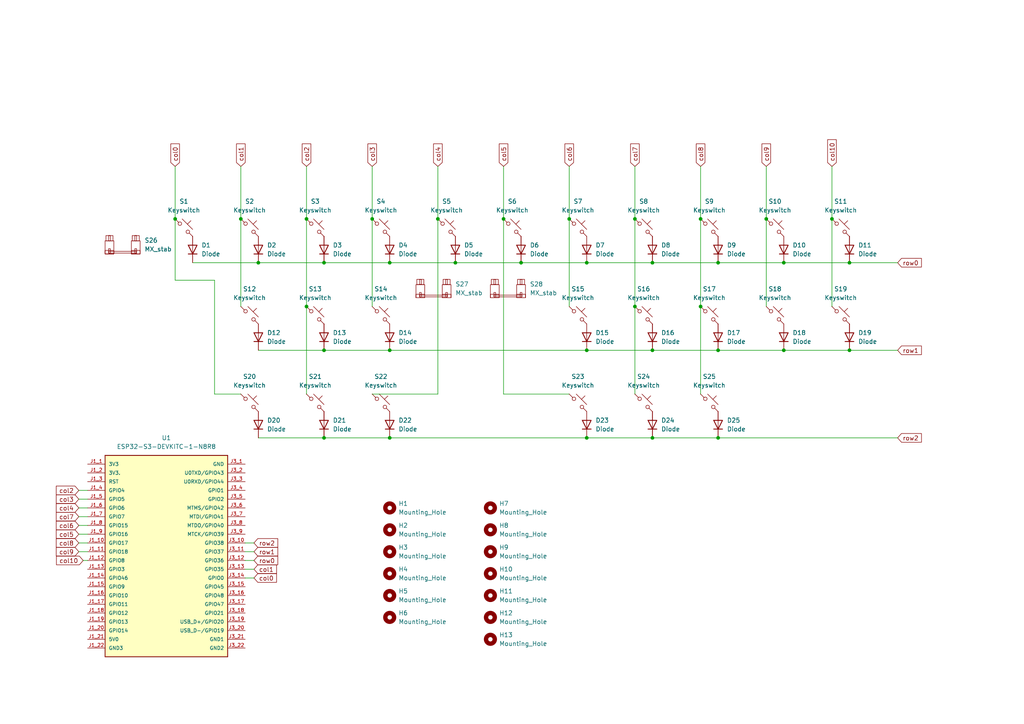
<source format=kicad_sch>
(kicad_sch
	(version 20250114)
	(generator "eeschema")
	(generator_version "9.0")
	(uuid "57056b13-5793-4c02-942c-109028b6ce05")
	(paper "A4")
	(lib_symbols
		(symbol "ESP32-S3-DEVKITC-1-N8R8:ESP32-S3-DEVKITC-1-N8R8"
			(pin_names
				(offset 1.016)
			)
			(exclude_from_sim no)
			(in_bom yes)
			(on_board yes)
			(property "Reference" "U"
				(at -17.78 35.56 0)
				(effects
					(font
						(size 1.27 1.27)
					)
					(justify left top)
				)
			)
			(property "Value" "ESP32-S3-DEVKITC-1-N8R8"
				(at -17.78 -27.94 0)
				(effects
					(font
						(size 1.27 1.27)
					)
					(justify left bottom)
				)
			)
			(property "Footprint" "ESP32-S3-DEVKITC-1-N8R8:ESP32-S3-DEVKITC-1-N8R8"
				(at 0 0 0)
				(effects
					(font
						(size 1.27 1.27)
					)
					(justify bottom)
					(hide yes)
				)
			)
			(property "Datasheet" ""
				(at 0 0 0)
				(effects
					(font
						(size 1.27 1.27)
					)
					(hide yes)
				)
			)
			(property "Description" ""
				(at 0 0 0)
				(effects
					(font
						(size 1.27 1.27)
					)
					(hide yes)
				)
			)
			(property "MF" "Espressif Systems"
				(at 0 0 0)
				(effects
					(font
						(size 1.27 1.27)
					)
					(justify bottom)
					(hide yes)
				)
			)
			(property "Description_1" "The ESP32-S3-DEVKITC-1-N8R8 from Espressif Systems is a development board designed for RF, RFID, and wireless applications. It supports 802.11 b/g/n Wi-Fi and Bluetooth® 5.x (BLE) connectivity at 2.4GHz, making it ideal for IoT and wireless communication projects. This board is powered by the ESP32-S3-WROOM-1-N8R8 module, which features 8MB Quad SPI Flash and 8MB Octal SPI for efficient memory storage and processing."
				(at 0 0 0)
				(effects
					(font
						(size 1.27 1.27)
					)
					(justify bottom)
					(hide yes)
				)
			)
			(property "Package" "None"
				(at 0 0 0)
				(effects
					(font
						(size 1.27 1.27)
					)
					(justify bottom)
					(hide yes)
				)
			)
			(property "Price" "None"
				(at 0 0 0)
				(effects
					(font
						(size 1.27 1.27)
					)
					(justify bottom)
					(hide yes)
				)
			)
			(property "SnapEDA_Link" "https://www.snapeda.com/parts/ESP32-S3-DEVKITC-1-N8R8/Espressif+Systems/view-part/?ref=snap"
				(at 0 0 0)
				(effects
					(font
						(size 1.27 1.27)
					)
					(justify bottom)
					(hide yes)
				)
			)
			(property "MP" "ESP32-S3-DEVKITC-1-N8R8"
				(at 0 0 0)
				(effects
					(font
						(size 1.27 1.27)
					)
					(justify bottom)
					(hide yes)
				)
			)
			(property "Availability" "In Stock"
				(at 0 0 0)
				(effects
					(font
						(size 1.27 1.27)
					)
					(justify bottom)
					(hide yes)
				)
			)
			(property "Check_prices" "https://www.snapeda.com/parts/ESP32-S3-DEVKITC-1-N8R8/Espressif+Systems/view-part/?ref=eda"
				(at 0 0 0)
				(effects
					(font
						(size 1.27 1.27)
					)
					(justify bottom)
					(hide yes)
				)
			)
			(symbol "ESP32-S3-DEVKITC-1-N8R8_0_0"
				(rectangle
					(start -17.78 -25.4)
					(end 17.78 33.02)
					(stroke
						(width 0.254)
						(type default)
					)
					(fill
						(type background)
					)
				)
				(pin power_in line
					(at -22.86 30.48 0)
					(length 5.08)
					(name "3V3"
						(effects
							(font
								(size 1.016 1.016)
							)
						)
					)
					(number "J1_1"
						(effects
							(font
								(size 1.016 1.016)
							)
						)
					)
				)
				(pin power_in line
					(at -22.86 27.94 0)
					(length 5.08)
					(name "3V3."
						(effects
							(font
								(size 1.016 1.016)
							)
						)
					)
					(number "J1_2"
						(effects
							(font
								(size 1.016 1.016)
							)
						)
					)
				)
				(pin input line
					(at -22.86 25.4 0)
					(length 5.08)
					(name "RST"
						(effects
							(font
								(size 1.016 1.016)
							)
						)
					)
					(number "J1_3"
						(effects
							(font
								(size 1.016 1.016)
							)
						)
					)
				)
				(pin bidirectional line
					(at -22.86 22.86 0)
					(length 5.08)
					(name "GPIO4"
						(effects
							(font
								(size 1.016 1.016)
							)
						)
					)
					(number "J1_4"
						(effects
							(font
								(size 1.016 1.016)
							)
						)
					)
				)
				(pin bidirectional line
					(at -22.86 20.32 0)
					(length 5.08)
					(name "GPIO5"
						(effects
							(font
								(size 1.016 1.016)
							)
						)
					)
					(number "J1_5"
						(effects
							(font
								(size 1.016 1.016)
							)
						)
					)
				)
				(pin bidirectional line
					(at -22.86 17.78 0)
					(length 5.08)
					(name "GPIO6"
						(effects
							(font
								(size 1.016 1.016)
							)
						)
					)
					(number "J1_6"
						(effects
							(font
								(size 1.016 1.016)
							)
						)
					)
				)
				(pin bidirectional line
					(at -22.86 15.24 0)
					(length 5.08)
					(name "GPIO7"
						(effects
							(font
								(size 1.016 1.016)
							)
						)
					)
					(number "J1_7"
						(effects
							(font
								(size 1.016 1.016)
							)
						)
					)
				)
				(pin bidirectional line
					(at -22.86 12.7 0)
					(length 5.08)
					(name "GPIO15"
						(effects
							(font
								(size 1.016 1.016)
							)
						)
					)
					(number "J1_8"
						(effects
							(font
								(size 1.016 1.016)
							)
						)
					)
				)
				(pin bidirectional line
					(at -22.86 10.16 0)
					(length 5.08)
					(name "GPIO16"
						(effects
							(font
								(size 1.016 1.016)
							)
						)
					)
					(number "J1_9"
						(effects
							(font
								(size 1.016 1.016)
							)
						)
					)
				)
				(pin bidirectional line
					(at -22.86 7.62 0)
					(length 5.08)
					(name "GPIO17"
						(effects
							(font
								(size 1.016 1.016)
							)
						)
					)
					(number "J1_10"
						(effects
							(font
								(size 1.016 1.016)
							)
						)
					)
				)
				(pin bidirectional line
					(at -22.86 5.08 0)
					(length 5.08)
					(name "GPIO18"
						(effects
							(font
								(size 1.016 1.016)
							)
						)
					)
					(number "J1_11"
						(effects
							(font
								(size 1.016 1.016)
							)
						)
					)
				)
				(pin bidirectional line
					(at -22.86 2.54 0)
					(length 5.08)
					(name "GPIO8"
						(effects
							(font
								(size 1.016 1.016)
							)
						)
					)
					(number "J1_12"
						(effects
							(font
								(size 1.016 1.016)
							)
						)
					)
				)
				(pin bidirectional line
					(at -22.86 0 0)
					(length 5.08)
					(name "GPIO3"
						(effects
							(font
								(size 1.016 1.016)
							)
						)
					)
					(number "J1_13"
						(effects
							(font
								(size 1.016 1.016)
							)
						)
					)
				)
				(pin bidirectional line
					(at -22.86 -2.54 0)
					(length 5.08)
					(name "GPIO46"
						(effects
							(font
								(size 1.016 1.016)
							)
						)
					)
					(number "J1_14"
						(effects
							(font
								(size 1.016 1.016)
							)
						)
					)
				)
				(pin bidirectional line
					(at -22.86 -5.08 0)
					(length 5.08)
					(name "GPIO9"
						(effects
							(font
								(size 1.016 1.016)
							)
						)
					)
					(number "J1_15"
						(effects
							(font
								(size 1.016 1.016)
							)
						)
					)
				)
				(pin bidirectional line
					(at -22.86 -7.62 0)
					(length 5.08)
					(name "GPIO10"
						(effects
							(font
								(size 1.016 1.016)
							)
						)
					)
					(number "J1_16"
						(effects
							(font
								(size 1.016 1.016)
							)
						)
					)
				)
				(pin bidirectional line
					(at -22.86 -10.16 0)
					(length 5.08)
					(name "GPIO11"
						(effects
							(font
								(size 1.016 1.016)
							)
						)
					)
					(number "J1_17"
						(effects
							(font
								(size 1.016 1.016)
							)
						)
					)
				)
				(pin bidirectional line
					(at -22.86 -12.7 0)
					(length 5.08)
					(name "GPIO12"
						(effects
							(font
								(size 1.016 1.016)
							)
						)
					)
					(number "J1_18"
						(effects
							(font
								(size 1.016 1.016)
							)
						)
					)
				)
				(pin bidirectional line
					(at -22.86 -15.24 0)
					(length 5.08)
					(name "GPIO13"
						(effects
							(font
								(size 1.016 1.016)
							)
						)
					)
					(number "J1_19"
						(effects
							(font
								(size 1.016 1.016)
							)
						)
					)
				)
				(pin bidirectional line
					(at -22.86 -17.78 0)
					(length 5.08)
					(name "GPIO14"
						(effects
							(font
								(size 1.016 1.016)
							)
						)
					)
					(number "J1_20"
						(effects
							(font
								(size 1.016 1.016)
							)
						)
					)
				)
				(pin power_in line
					(at -22.86 -20.32 0)
					(length 5.08)
					(name "5V0"
						(effects
							(font
								(size 1.016 1.016)
							)
						)
					)
					(number "J1_21"
						(effects
							(font
								(size 1.016 1.016)
							)
						)
					)
				)
				(pin power_in line
					(at -22.86 -22.86 0)
					(length 5.08)
					(name "GND3"
						(effects
							(font
								(size 1.016 1.016)
							)
						)
					)
					(number "J1_22"
						(effects
							(font
								(size 1.016 1.016)
							)
						)
					)
				)
				(pin power_in line
					(at 22.86 30.48 180)
					(length 5.08)
					(name "GND"
						(effects
							(font
								(size 1.016 1.016)
							)
						)
					)
					(number "J3_1"
						(effects
							(font
								(size 1.016 1.016)
							)
						)
					)
				)
				(pin bidirectional line
					(at 22.86 27.94 180)
					(length 5.08)
					(name "U0TXD/GPIO43"
						(effects
							(font
								(size 1.016 1.016)
							)
						)
					)
					(number "J3_2"
						(effects
							(font
								(size 1.016 1.016)
							)
						)
					)
				)
				(pin bidirectional line
					(at 22.86 25.4 180)
					(length 5.08)
					(name "U0RXD/GPIO44"
						(effects
							(font
								(size 1.016 1.016)
							)
						)
					)
					(number "J3_3"
						(effects
							(font
								(size 1.016 1.016)
							)
						)
					)
				)
				(pin bidirectional line
					(at 22.86 22.86 180)
					(length 5.08)
					(name "GPIO1"
						(effects
							(font
								(size 1.016 1.016)
							)
						)
					)
					(number "J3_4"
						(effects
							(font
								(size 1.016 1.016)
							)
						)
					)
				)
				(pin bidirectional line
					(at 22.86 20.32 180)
					(length 5.08)
					(name "GPIO2"
						(effects
							(font
								(size 1.016 1.016)
							)
						)
					)
					(number "J3_5"
						(effects
							(font
								(size 1.016 1.016)
							)
						)
					)
				)
				(pin bidirectional line
					(at 22.86 17.78 180)
					(length 5.08)
					(name "MTMS/GPIO42"
						(effects
							(font
								(size 1.016 1.016)
							)
						)
					)
					(number "J3_6"
						(effects
							(font
								(size 1.016 1.016)
							)
						)
					)
				)
				(pin bidirectional line
					(at 22.86 15.24 180)
					(length 5.08)
					(name "MTDI/GPIO41"
						(effects
							(font
								(size 1.016 1.016)
							)
						)
					)
					(number "J3_7"
						(effects
							(font
								(size 1.016 1.016)
							)
						)
					)
				)
				(pin bidirectional line
					(at 22.86 12.7 180)
					(length 5.08)
					(name "MTDO/GPIO40"
						(effects
							(font
								(size 1.016 1.016)
							)
						)
					)
					(number "J3_8"
						(effects
							(font
								(size 1.016 1.016)
							)
						)
					)
				)
				(pin bidirectional line
					(at 22.86 10.16 180)
					(length 5.08)
					(name "MTCK/GPIO39"
						(effects
							(font
								(size 1.016 1.016)
							)
						)
					)
					(number "J3_9"
						(effects
							(font
								(size 1.016 1.016)
							)
						)
					)
				)
				(pin bidirectional line
					(at 22.86 7.62 180)
					(length 5.08)
					(name "GPIO38"
						(effects
							(font
								(size 1.016 1.016)
							)
						)
					)
					(number "J3_10"
						(effects
							(font
								(size 1.016 1.016)
							)
						)
					)
				)
				(pin bidirectional line
					(at 22.86 5.08 180)
					(length 5.08)
					(name "GPIO37"
						(effects
							(font
								(size 1.016 1.016)
							)
						)
					)
					(number "J3_11"
						(effects
							(font
								(size 1.016 1.016)
							)
						)
					)
				)
				(pin bidirectional line
					(at 22.86 2.54 180)
					(length 5.08)
					(name "GPIO36"
						(effects
							(font
								(size 1.016 1.016)
							)
						)
					)
					(number "J3_12"
						(effects
							(font
								(size 1.016 1.016)
							)
						)
					)
				)
				(pin bidirectional line
					(at 22.86 0 180)
					(length 5.08)
					(name "GPIO35"
						(effects
							(font
								(size 1.016 1.016)
							)
						)
					)
					(number "J3_13"
						(effects
							(font
								(size 1.016 1.016)
							)
						)
					)
				)
				(pin bidirectional line
					(at 22.86 -2.54 180)
					(length 5.08)
					(name "GPIO0"
						(effects
							(font
								(size 1.016 1.016)
							)
						)
					)
					(number "J3_14"
						(effects
							(font
								(size 1.016 1.016)
							)
						)
					)
				)
				(pin bidirectional line
					(at 22.86 -5.08 180)
					(length 5.08)
					(name "GPIO45"
						(effects
							(font
								(size 1.016 1.016)
							)
						)
					)
					(number "J3_15"
						(effects
							(font
								(size 1.016 1.016)
							)
						)
					)
				)
				(pin bidirectional line
					(at 22.86 -7.62 180)
					(length 5.08)
					(name "GPIO48"
						(effects
							(font
								(size 1.016 1.016)
							)
						)
					)
					(number "J3_16"
						(effects
							(font
								(size 1.016 1.016)
							)
						)
					)
				)
				(pin bidirectional line
					(at 22.86 -10.16 180)
					(length 5.08)
					(name "GPIO47"
						(effects
							(font
								(size 1.016 1.016)
							)
						)
					)
					(number "J3_17"
						(effects
							(font
								(size 1.016 1.016)
							)
						)
					)
				)
				(pin bidirectional line
					(at 22.86 -12.7 180)
					(length 5.08)
					(name "GPIO21"
						(effects
							(font
								(size 1.016 1.016)
							)
						)
					)
					(number "J3_18"
						(effects
							(font
								(size 1.016 1.016)
							)
						)
					)
				)
				(pin bidirectional line
					(at 22.86 -15.24 180)
					(length 5.08)
					(name "USB_D+/GPIO20"
						(effects
							(font
								(size 1.016 1.016)
							)
						)
					)
					(number "J3_19"
						(effects
							(font
								(size 1.016 1.016)
							)
						)
					)
				)
				(pin bidirectional line
					(at 22.86 -17.78 180)
					(length 5.08)
					(name "USB_D-/GPIO19"
						(effects
							(font
								(size 1.016 1.016)
							)
						)
					)
					(number "J3_20"
						(effects
							(font
								(size 1.016 1.016)
							)
						)
					)
				)
				(pin power_in line
					(at 22.86 -20.32 180)
					(length 5.08)
					(name "GND1"
						(effects
							(font
								(size 1.016 1.016)
							)
						)
					)
					(number "J3_21"
						(effects
							(font
								(size 1.016 1.016)
							)
						)
					)
				)
				(pin power_in line
					(at 22.86 -22.86 180)
					(length 5.08)
					(name "GND2"
						(effects
							(font
								(size 1.016 1.016)
							)
						)
					)
					(number "J3_22"
						(effects
							(font
								(size 1.016 1.016)
							)
						)
					)
				)
			)
			(embedded_fonts no)
		)
		(symbol "ScottoKeebs:Placeholder_Diode"
			(pin_numbers
				(hide yes)
			)
			(pin_names
				(hide yes)
			)
			(exclude_from_sim no)
			(in_bom yes)
			(on_board yes)
			(property "Reference" "D"
				(at 0 2.54 0)
				(effects
					(font
						(size 1.27 1.27)
					)
				)
			)
			(property "Value" "Diode"
				(at 0 -2.54 0)
				(effects
					(font
						(size 1.27 1.27)
					)
				)
			)
			(property "Footprint" ""
				(at 0 0 0)
				(effects
					(font
						(size 1.27 1.27)
					)
					(hide yes)
				)
			)
			(property "Datasheet" ""
				(at 0 0 0)
				(effects
					(font
						(size 1.27 1.27)
					)
					(hide yes)
				)
			)
			(property "Description" "1N4148 (DO-35) or 1N4148W (SOD-123)"
				(at 0 0 0)
				(effects
					(font
						(size 1.27 1.27)
					)
					(hide yes)
				)
			)
			(property "Sim.Device" "D"
				(at 0 0 0)
				(effects
					(font
						(size 1.27 1.27)
					)
					(hide yes)
				)
			)
			(property "Sim.Pins" "1=K 2=A"
				(at 0 0 0)
				(effects
					(font
						(size 1.27 1.27)
					)
					(hide yes)
				)
			)
			(property "ki_keywords" "diode"
				(at 0 0 0)
				(effects
					(font
						(size 1.27 1.27)
					)
					(hide yes)
				)
			)
			(property "ki_fp_filters" "D*DO?35*"
				(at 0 0 0)
				(effects
					(font
						(size 1.27 1.27)
					)
					(hide yes)
				)
			)
			(symbol "Placeholder_Diode_0_1"
				(polyline
					(pts
						(xy -1.27 1.27) (xy -1.27 -1.27)
					)
					(stroke
						(width 0.254)
						(type default)
					)
					(fill
						(type none)
					)
				)
				(polyline
					(pts
						(xy 1.27 1.27) (xy 1.27 -1.27) (xy -1.27 0) (xy 1.27 1.27)
					)
					(stroke
						(width 0.254)
						(type default)
					)
					(fill
						(type none)
					)
				)
				(polyline
					(pts
						(xy 1.27 0) (xy -1.27 0)
					)
					(stroke
						(width 0)
						(type default)
					)
					(fill
						(type none)
					)
				)
			)
			(symbol "Placeholder_Diode_1_1"
				(pin passive line
					(at -3.81 0 0)
					(length 2.54)
					(name "K"
						(effects
							(font
								(size 1.27 1.27)
							)
						)
					)
					(number "1"
						(effects
							(font
								(size 1.27 1.27)
							)
						)
					)
				)
				(pin passive line
					(at 3.81 0 180)
					(length 2.54)
					(name "A"
						(effects
							(font
								(size 1.27 1.27)
							)
						)
					)
					(number "2"
						(effects
							(font
								(size 1.27 1.27)
							)
						)
					)
				)
			)
			(embedded_fonts no)
		)
		(symbol "ScottoKeebs:Placeholder_Keyswitch"
			(pin_numbers
				(hide yes)
			)
			(pin_names
				(offset 1.016)
				(hide yes)
			)
			(exclude_from_sim no)
			(in_bom yes)
			(on_board yes)
			(property "Reference" "S"
				(at 3.048 1.016 0)
				(effects
					(font
						(size 1.27 1.27)
					)
					(justify left)
				)
			)
			(property "Value" "Keyswitch"
				(at 0 -3.81 0)
				(effects
					(font
						(size 1.27 1.27)
					)
				)
			)
			(property "Footprint" ""
				(at 0 0 0)
				(effects
					(font
						(size 1.27 1.27)
					)
					(hide yes)
				)
			)
			(property "Datasheet" "~"
				(at 0 0 0)
				(effects
					(font
						(size 1.27 1.27)
					)
					(hide yes)
				)
			)
			(property "Description" "Push button switch, normally open, two pins, 45° tilted"
				(at 0 0 0)
				(effects
					(font
						(size 1.27 1.27)
					)
					(hide yes)
				)
			)
			(property "ki_keywords" "switch normally-open pushbutton push-button"
				(at 0 0 0)
				(effects
					(font
						(size 1.27 1.27)
					)
					(hide yes)
				)
			)
			(symbol "Placeholder_Keyswitch_0_1"
				(polyline
					(pts
						(xy -2.54 2.54) (xy -1.524 1.524) (xy -1.524 1.524)
					)
					(stroke
						(width 0)
						(type default)
					)
					(fill
						(type none)
					)
				)
				(circle
					(center -1.1684 1.1684)
					(radius 0.508)
					(stroke
						(width 0)
						(type default)
					)
					(fill
						(type none)
					)
				)
				(polyline
					(pts
						(xy -0.508 2.54) (xy 2.54 -0.508)
					)
					(stroke
						(width 0)
						(type default)
					)
					(fill
						(type none)
					)
				)
				(polyline
					(pts
						(xy 1.016 1.016) (xy 2.032 2.032)
					)
					(stroke
						(width 0)
						(type default)
					)
					(fill
						(type none)
					)
				)
				(circle
					(center 1.143 -1.1938)
					(radius 0.508)
					(stroke
						(width 0)
						(type default)
					)
					(fill
						(type none)
					)
				)
				(polyline
					(pts
						(xy 1.524 -1.524) (xy 2.54 -2.54) (xy 2.54 -2.54) (xy 2.54 -2.54)
					)
					(stroke
						(width 0)
						(type default)
					)
					(fill
						(type none)
					)
				)
				(pin passive line
					(at -2.54 2.54 0)
					(length 0)
					(name "1"
						(effects
							(font
								(size 1.27 1.27)
							)
						)
					)
					(number "1"
						(effects
							(font
								(size 1.27 1.27)
							)
						)
					)
				)
				(pin passive line
					(at 2.54 -2.54 180)
					(length 0)
					(name "2"
						(effects
							(font
								(size 1.27 1.27)
							)
						)
					)
					(number "2"
						(effects
							(font
								(size 1.27 1.27)
							)
						)
					)
				)
			)
			(embedded_fonts no)
		)
		(symbol "ScottoKeebs:Placeholder_Mounting_Hole"
			(pin_names
				(offset 1.016)
			)
			(exclude_from_sim no)
			(in_bom yes)
			(on_board yes)
			(property "Reference" "H"
				(at 0 5.08 0)
				(effects
					(font
						(size 1.27 1.27)
					)
				)
			)
			(property "Value" "Mounting_Hole"
				(at 0 3.175 0)
				(effects
					(font
						(size 1.27 1.27)
					)
				)
			)
			(property "Footprint" ""
				(at 0 0 0)
				(effects
					(font
						(size 1.27 1.27)
					)
					(hide yes)
				)
			)
			(property "Datasheet" "~"
				(at 0 0 0)
				(effects
					(font
						(size 1.27 1.27)
					)
					(hide yes)
				)
			)
			(property "Description" "Mounting Hole without connection"
				(at 0 0 0)
				(effects
					(font
						(size 1.27 1.27)
					)
					(hide yes)
				)
			)
			(property "ki_keywords" "mounting hole"
				(at 0 0 0)
				(effects
					(font
						(size 1.27 1.27)
					)
					(hide yes)
				)
			)
			(property "ki_fp_filters" "MountingHole*"
				(at 0 0 0)
				(effects
					(font
						(size 1.27 1.27)
					)
					(hide yes)
				)
			)
			(symbol "Placeholder_Mounting_Hole_0_1"
				(circle
					(center 0 0)
					(radius 1.27)
					(stroke
						(width 1.27)
						(type default)
					)
					(fill
						(type none)
					)
				)
			)
			(embedded_fonts no)
		)
		(symbol "marbastlib-mx:MX_stab"
			(pin_names
				(offset 1.016)
			)
			(exclude_from_sim no)
			(in_bom yes)
			(on_board yes)
			(property "Reference" "S"
				(at -5.08 6.35 0)
				(effects
					(font
						(size 1.27 1.27)
					)
					(justify left)
				)
			)
			(property "Value" "MX_stab"
				(at -5.08 3.81 0)
				(effects
					(font
						(size 1.27 1.27)
					)
					(justify left)
				)
			)
			(property "Footprint" "PCM_marbastlib-mx:STAB_MX_P_6.25u"
				(at 0 0 0)
				(effects
					(font
						(size 1.27 1.27)
					)
					(hide yes)
				)
			)
			(property "Datasheet" ""
				(at 0 0 0)
				(effects
					(font
						(size 1.27 1.27)
					)
					(hide yes)
				)
			)
			(property "Description" "Cherry MX-style stabilizer"
				(at 0 0 0)
				(effects
					(font
						(size 1.27 1.27)
					)
					(hide yes)
				)
			)
			(property "ki_keywords" "cherry mx stabilizer stab"
				(at 0 0 0)
				(effects
					(font
						(size 1.27 1.27)
					)
					(hide yes)
				)
			)
			(symbol "MX_stab_0_1"
				(rectangle
					(start -5.08 1.27)
					(end -2.54 -2.54)
					(stroke
						(width 0)
						(type default)
					)
					(fill
						(type none)
					)
				)
				(rectangle
					(start -5.08 -1.524)
					(end -2.54 -2.54)
					(stroke
						(width 0)
						(type default)
					)
					(fill
						(type none)
					)
				)
				(rectangle
					(start -4.826 2.794)
					(end -2.794 1.27)
					(stroke
						(width 0)
						(type default)
					)
					(fill
						(type none)
					)
				)
				(rectangle
					(start -4.064 1.27)
					(end -3.556 2.794)
					(stroke
						(width 0)
						(type default)
					)
					(fill
						(type none)
					)
				)
				(rectangle
					(start -4.064 -1.778)
					(end 4.064 -2.286)
					(stroke
						(width 0)
						(type default)
					)
					(fill
						(type none)
					)
				)
				(rectangle
					(start -4.064 -2.286)
					(end -3.556 -1.016)
					(stroke
						(width 0)
						(type default)
					)
					(fill
						(type none)
					)
				)
				(rectangle
					(start 2.54 1.27)
					(end 5.08 -2.54)
					(stroke
						(width 0)
						(type default)
					)
					(fill
						(type none)
					)
				)
				(rectangle
					(start 2.54 -1.524)
					(end 5.08 -2.54)
					(stroke
						(width 0)
						(type default)
					)
					(fill
						(type none)
					)
				)
				(rectangle
					(start 2.794 2.794)
					(end 4.826 1.27)
					(stroke
						(width 0)
						(type default)
					)
					(fill
						(type none)
					)
				)
				(rectangle
					(start 3.556 1.27)
					(end 4.064 2.794)
					(stroke
						(width 0)
						(type default)
					)
					(fill
						(type none)
					)
				)
				(rectangle
					(start 4.064 -2.286)
					(end 3.556 -1.016)
					(stroke
						(width 0)
						(type default)
					)
					(fill
						(type none)
					)
				)
			)
			(embedded_fonts no)
		)
	)
	(junction
		(at 246.38 76.2)
		(diameter 0)
		(color 0 0 0 0)
		(uuid "0d6a1316-bb1f-4478-87fb-5be711bef3f2")
	)
	(junction
		(at 113.03 76.2)
		(diameter 0)
		(color 0 0 0 0)
		(uuid "1953313b-f716-4841-a137-d5ec75a1a325")
	)
	(junction
		(at 113.03 127)
		(diameter 0)
		(color 0 0 0 0)
		(uuid "26b7bede-c8a0-4423-aa92-7d819879e919")
	)
	(junction
		(at 208.28 101.6)
		(diameter 0)
		(color 0 0 0 0)
		(uuid "2b8e1cb0-e3a9-4b7f-a2c1-efbee123a173")
	)
	(junction
		(at 203.2 88.9)
		(diameter 0)
		(color 0 0 0 0)
		(uuid "3340d85e-8055-4540-8f39-d79f809ee3c1")
	)
	(junction
		(at 88.9 63.5)
		(diameter 0)
		(color 0 0 0 0)
		(uuid "49ffd074-d7a0-4f99-a357-92bbfa212002")
	)
	(junction
		(at 170.18 76.2)
		(diameter 0)
		(color 0 0 0 0)
		(uuid "4f19cf61-8b7d-4d92-bcd9-a58ea73f30e2")
	)
	(junction
		(at 170.18 101.6)
		(diameter 0)
		(color 0 0 0 0)
		(uuid "52b8ff4f-6cab-4ac1-a69e-43ad06c66548")
	)
	(junction
		(at 146.05 63.5)
		(diameter 0)
		(color 0 0 0 0)
		(uuid "52e39b04-5515-4aec-86f9-1e075957c65b")
	)
	(junction
		(at 246.38 101.6)
		(diameter 0)
		(color 0 0 0 0)
		(uuid "555a31f2-1b1f-4f56-8b5c-40de7148075e")
	)
	(junction
		(at 93.98 127)
		(diameter 0)
		(color 0 0 0 0)
		(uuid "5aa28ac0-924a-4011-9955-b1d9e39067d6")
	)
	(junction
		(at 165.1 63.5)
		(diameter 0)
		(color 0 0 0 0)
		(uuid "60a73ae6-674a-4f94-b068-dd37b2efa3bf")
	)
	(junction
		(at 50.8 63.5)
		(diameter 0)
		(color 0 0 0 0)
		(uuid "7752d540-ff09-4f91-bec1-4f0040be555f")
	)
	(junction
		(at 203.2 63.5)
		(diameter 0)
		(color 0 0 0 0)
		(uuid "794ee55e-467f-4a7c-9ca0-b255f3565e70")
	)
	(junction
		(at 241.3 63.5)
		(diameter 0)
		(color 0 0 0 0)
		(uuid "7adcf327-ce9e-459b-8ea1-6021a8a1bbd0")
	)
	(junction
		(at 227.33 101.6)
		(diameter 0)
		(color 0 0 0 0)
		(uuid "7e7e5bae-9783-48fb-9ebe-dd3e0fc83e07")
	)
	(junction
		(at 170.18 127)
		(diameter 0)
		(color 0 0 0 0)
		(uuid "8d734d26-5aff-41f9-b1a1-fc806cea37db")
	)
	(junction
		(at 208.28 76.2)
		(diameter 0)
		(color 0 0 0 0)
		(uuid "8d896371-1299-4c55-b837-a93ddaa76d7e")
	)
	(junction
		(at 127 63.5)
		(diameter 0)
		(color 0 0 0 0)
		(uuid "991cc6d8-60e8-4bd9-8ff2-e5be1f0a1201")
	)
	(junction
		(at 151.13 76.2)
		(diameter 0)
		(color 0 0 0 0)
		(uuid "a2116539-1329-47b3-8cf9-71a47400f830")
	)
	(junction
		(at 132.08 76.2)
		(diameter 0)
		(color 0 0 0 0)
		(uuid "a252db5b-6ee4-4065-9a32-28e7a9bfccf3")
	)
	(junction
		(at 74.93 76.2)
		(diameter 0)
		(color 0 0 0 0)
		(uuid "a43b341e-5650-4b7c-b4ef-ef1635a34fbb")
	)
	(junction
		(at 208.28 127)
		(diameter 0)
		(color 0 0 0 0)
		(uuid "a5e08aea-029b-4040-9ddb-3f637e1c7148")
	)
	(junction
		(at 88.9 88.9)
		(diameter 0)
		(color 0 0 0 0)
		(uuid "b51682e7-a141-47ee-8969-43730e1155a6")
	)
	(junction
		(at 189.23 76.2)
		(diameter 0)
		(color 0 0 0 0)
		(uuid "b5c2098f-0532-484b-8f30-ca02ae7bb533")
	)
	(junction
		(at 189.23 127)
		(diameter 0)
		(color 0 0 0 0)
		(uuid "c09e0cf2-4e99-4cc8-9e56-d629c707d6ca")
	)
	(junction
		(at 227.33 76.2)
		(diameter 0)
		(color 0 0 0 0)
		(uuid "c2b6c88f-038e-4d82-ab60-826173054bcb")
	)
	(junction
		(at 189.23 101.6)
		(diameter 0)
		(color 0 0 0 0)
		(uuid "c876545a-b96d-4701-9122-110e0c3361f5")
	)
	(junction
		(at 69.85 63.5)
		(diameter 0)
		(color 0 0 0 0)
		(uuid "d73a5292-bc8b-4af2-96f1-6f5e3a89f4c6")
	)
	(junction
		(at 184.15 88.9)
		(diameter 0)
		(color 0 0 0 0)
		(uuid "dc97096c-8e28-4ed3-b705-8715bb7cff9d")
	)
	(junction
		(at 184.15 63.5)
		(diameter 0)
		(color 0 0 0 0)
		(uuid "dd2c3b96-96e8-439b-8f07-66beba9a9bee")
	)
	(junction
		(at 107.95 63.5)
		(diameter 0)
		(color 0 0 0 0)
		(uuid "f192b3c6-99a3-463d-a769-f567f8b11809")
	)
	(junction
		(at 93.98 101.6)
		(diameter 0)
		(color 0 0 0 0)
		(uuid "f6329fb3-6841-4a26-9799-47b8a83af105")
	)
	(junction
		(at 93.98 76.2)
		(diameter 0)
		(color 0 0 0 0)
		(uuid "f6b44edb-0f39-488f-a744-d7f60ef8b187")
	)
	(junction
		(at 222.25 63.5)
		(diameter 0)
		(color 0 0 0 0)
		(uuid "f8e1c547-4c40-4593-a469-c227e63e26f0")
	)
	(junction
		(at 113.03 101.6)
		(diameter 0)
		(color 0 0 0 0)
		(uuid "fdcfe198-817c-4079-a2e4-63e830aa99b8")
	)
	(wire
		(pts
			(xy 184.15 48.26) (xy 184.15 63.5)
		)
		(stroke
			(width 0)
			(type default)
		)
		(uuid "027f2d63-376c-4f07-ae9f-683cbd0b8833")
	)
	(wire
		(pts
			(xy 208.28 76.2) (xy 227.33 76.2)
		)
		(stroke
			(width 0)
			(type default)
		)
		(uuid "03054c40-d350-42aa-ac42-1a3a7e6eb46b")
	)
	(wire
		(pts
			(xy 170.18 101.6) (xy 189.23 101.6)
		)
		(stroke
			(width 0)
			(type default)
		)
		(uuid "0c47a188-38c0-41dc-83e7-015cc8279c32")
	)
	(wire
		(pts
			(xy 184.15 63.5) (xy 184.15 88.9)
		)
		(stroke
			(width 0)
			(type default)
		)
		(uuid "10e9dee3-1a50-438d-b3ef-c6221fab198e")
	)
	(wire
		(pts
			(xy 73.66 157.48) (xy 71.12 157.48)
		)
		(stroke
			(width 0)
			(type default)
		)
		(uuid "12ac3dc1-c5e1-44ef-807d-40df0eb7ceb6")
	)
	(wire
		(pts
			(xy 22.86 152.4) (xy 25.4 152.4)
		)
		(stroke
			(width 0)
			(type default)
		)
		(uuid "1c56bb09-c3ec-4796-a0b1-5c57c4cc0532")
	)
	(wire
		(pts
			(xy 222.25 63.5) (xy 222.25 88.9)
		)
		(stroke
			(width 0)
			(type default)
		)
		(uuid "20c4a893-96d0-4c99-8716-5af7ffa988f6")
	)
	(wire
		(pts
			(xy 69.85 63.5) (xy 69.85 88.9)
		)
		(stroke
			(width 0)
			(type default)
		)
		(uuid "246d2194-69da-42b5-aa0a-ec4af773ece2")
	)
	(wire
		(pts
			(xy 74.93 76.2) (xy 93.98 76.2)
		)
		(stroke
			(width 0)
			(type default)
		)
		(uuid "29b32c57-5386-4b98-a178-28748872c2c7")
	)
	(wire
		(pts
			(xy 22.86 144.78) (xy 25.4 144.78)
		)
		(stroke
			(width 0)
			(type default)
		)
		(uuid "2af0922a-2540-4f7b-88cd-e58db9687742")
	)
	(wire
		(pts
			(xy 208.28 101.6) (xy 227.33 101.6)
		)
		(stroke
			(width 0)
			(type default)
		)
		(uuid "2f73270f-0936-4e13-8afb-fe9cd3f7970b")
	)
	(wire
		(pts
			(xy 22.86 147.32) (xy 25.4 147.32)
		)
		(stroke
			(width 0)
			(type default)
		)
		(uuid "306e1701-2ab0-4103-aeaf-ce7decff166b")
	)
	(wire
		(pts
			(xy 22.86 149.86) (xy 25.4 149.86)
		)
		(stroke
			(width 0)
			(type default)
		)
		(uuid "314c4d16-7497-4c2b-8311-626f928450a9")
	)
	(wire
		(pts
			(xy 241.3 63.5) (xy 241.3 88.9)
		)
		(stroke
			(width 0)
			(type default)
		)
		(uuid "32f26f33-26e3-47fb-8d57-33fff3646bac")
	)
	(wire
		(pts
			(xy 22.86 157.48) (xy 25.4 157.48)
		)
		(stroke
			(width 0)
			(type default)
		)
		(uuid "3c12ea88-1b94-49f1-a8b6-88ab3509abf2")
	)
	(wire
		(pts
			(xy 73.66 167.64) (xy 71.12 167.64)
		)
		(stroke
			(width 0)
			(type default)
		)
		(uuid "402dda5e-2be1-41dd-981a-cf306388a8c5")
	)
	(wire
		(pts
			(xy 50.8 81.28) (xy 62.23 81.28)
		)
		(stroke
			(width 0)
			(type default)
		)
		(uuid "40c49439-1ea0-4d2a-acb6-59d0efdf71f7")
	)
	(wire
		(pts
			(xy 113.03 76.2) (xy 132.08 76.2)
		)
		(stroke
			(width 0)
			(type default)
		)
		(uuid "40dea769-544c-4dee-95c0-cb957fd0c069")
	)
	(wire
		(pts
			(xy 55.88 76.2) (xy 74.93 76.2)
		)
		(stroke
			(width 0)
			(type default)
		)
		(uuid "430a6023-583e-45af-ae98-fee4f30ba24b")
	)
	(wire
		(pts
			(xy 113.03 127) (xy 170.18 127)
		)
		(stroke
			(width 0)
			(type default)
		)
		(uuid "46a30f90-3ea0-45b1-ac3e-1d4283ef9902")
	)
	(wire
		(pts
			(xy 165.1 63.5) (xy 165.1 88.9)
		)
		(stroke
			(width 0)
			(type default)
		)
		(uuid "48431e79-d794-4f09-a9a5-7448a3b86c48")
	)
	(wire
		(pts
			(xy 88.9 48.26) (xy 88.9 63.5)
		)
		(stroke
			(width 0)
			(type default)
		)
		(uuid "4c203c0d-3aec-4e7d-81fd-27ccd4de5bf1")
	)
	(wire
		(pts
			(xy 50.8 63.5) (xy 50.8 81.28)
		)
		(stroke
			(width 0)
			(type default)
		)
		(uuid "4eac990d-12d1-453f-b108-e9dd9718bf14")
	)
	(wire
		(pts
			(xy 189.23 127) (xy 208.28 127)
		)
		(stroke
			(width 0)
			(type default)
		)
		(uuid "560cb7a3-55e1-43f2-9db5-89165454d5c4")
	)
	(wire
		(pts
			(xy 146.05 63.5) (xy 146.05 114.3)
		)
		(stroke
			(width 0)
			(type default)
		)
		(uuid "59ff4130-525d-4bce-be5d-091ab7acfc9b")
	)
	(wire
		(pts
			(xy 88.9 114.3) (xy 88.9 88.9)
		)
		(stroke
			(width 0)
			(type default)
		)
		(uuid "5c5a322b-e476-4cd6-aaa0-9aad0b448a2e")
	)
	(wire
		(pts
			(xy 184.15 88.9) (xy 184.15 114.3)
		)
		(stroke
			(width 0)
			(type default)
		)
		(uuid "6af30b57-21e8-4639-baa5-9d6bde10f946")
	)
	(wire
		(pts
			(xy 93.98 76.2) (xy 113.03 76.2)
		)
		(stroke
			(width 0)
			(type default)
		)
		(uuid "6cc26e86-ec66-4812-8f9e-2b3e0ea50a13")
	)
	(wire
		(pts
			(xy 73.66 160.02) (xy 71.12 160.02)
		)
		(stroke
			(width 0)
			(type default)
		)
		(uuid "6cf3bd3f-9dde-4543-9672-9cfe66670c0f")
	)
	(wire
		(pts
			(xy 62.23 114.3) (xy 69.85 114.3)
		)
		(stroke
			(width 0)
			(type default)
		)
		(uuid "6d7e914d-1d77-40f8-b538-2594318ebf53")
	)
	(wire
		(pts
			(xy 170.18 127) (xy 189.23 127)
		)
		(stroke
			(width 0)
			(type default)
		)
		(uuid "6e2e159a-32a3-4a2c-aef6-82d60a8090e6")
	)
	(wire
		(pts
			(xy 107.95 48.26) (xy 107.95 63.5)
		)
		(stroke
			(width 0)
			(type default)
		)
		(uuid "7622f22d-7edf-41f6-94e4-d2c8d73e4890")
	)
	(wire
		(pts
			(xy 73.66 162.56) (xy 71.12 162.56)
		)
		(stroke
			(width 0)
			(type default)
		)
		(uuid "7d5562a4-81d0-4f85-993c-abc470bdc974")
	)
	(wire
		(pts
			(xy 132.08 76.2) (xy 151.13 76.2)
		)
		(stroke
			(width 0)
			(type default)
		)
		(uuid "812c5aa3-3a33-4ba5-8580-33d92cb4b0cc")
	)
	(wire
		(pts
			(xy 93.98 101.6) (xy 113.03 101.6)
		)
		(stroke
			(width 0)
			(type default)
		)
		(uuid "84988167-2e2e-47c5-9e96-96d0749ac8ed")
	)
	(wire
		(pts
			(xy 189.23 101.6) (xy 208.28 101.6)
		)
		(stroke
			(width 0)
			(type default)
		)
		(uuid "85864f01-cefa-4a71-8186-3517e5c44bd2")
	)
	(wire
		(pts
			(xy 113.03 101.6) (xy 170.18 101.6)
		)
		(stroke
			(width 0)
			(type default)
		)
		(uuid "89a9300b-dec6-4e46-9226-5e2492091113")
	)
	(wire
		(pts
			(xy 93.98 127) (xy 113.03 127)
		)
		(stroke
			(width 0)
			(type default)
		)
		(uuid "8b20c578-fab0-46f3-b86c-f30deff7b405")
	)
	(wire
		(pts
			(xy 146.05 48.26) (xy 146.05 63.5)
		)
		(stroke
			(width 0)
			(type default)
		)
		(uuid "8de4c9c5-2297-4c1f-9cdd-6673af775525")
	)
	(wire
		(pts
			(xy 241.3 48.26) (xy 241.3 63.5)
		)
		(stroke
			(width 0)
			(type default)
		)
		(uuid "94449af9-c6ef-49ae-9a09-bd023cef9d65")
	)
	(wire
		(pts
			(xy 22.86 154.94) (xy 25.4 154.94)
		)
		(stroke
			(width 0)
			(type default)
		)
		(uuid "9665c6bc-ecc3-4ae1-8869-5b3ebbcecfa6")
	)
	(wire
		(pts
			(xy 88.9 88.9) (xy 88.9 63.5)
		)
		(stroke
			(width 0)
			(type default)
		)
		(uuid "9ef58695-7503-4359-9ada-619c52ba53be")
	)
	(wire
		(pts
			(xy 165.1 48.26) (xy 165.1 63.5)
		)
		(stroke
			(width 0)
			(type default)
		)
		(uuid "9f18324d-609e-4995-a4b8-12f9a687da96")
	)
	(wire
		(pts
			(xy 222.25 48.26) (xy 222.25 63.5)
		)
		(stroke
			(width 0)
			(type default)
		)
		(uuid "a02e3d19-7521-4454-8e91-da30c883989e")
	)
	(wire
		(pts
			(xy 74.93 127) (xy 93.98 127)
		)
		(stroke
			(width 0)
			(type default)
		)
		(uuid "a0de315c-4e87-4159-b511-799cc4362d1f")
	)
	(wire
		(pts
			(xy 22.86 142.24) (xy 25.4 142.24)
		)
		(stroke
			(width 0)
			(type default)
		)
		(uuid "a4c0a6fd-a9ef-4167-9f2a-d90092b68254")
	)
	(wire
		(pts
			(xy 62.23 81.28) (xy 62.23 114.3)
		)
		(stroke
			(width 0)
			(type default)
		)
		(uuid "a964e562-d5c7-4698-81fa-802ce88028a1")
	)
	(wire
		(pts
			(xy 203.2 48.26) (xy 203.2 63.5)
		)
		(stroke
			(width 0)
			(type default)
		)
		(uuid "ae377547-6f86-4219-95fd-90e4bd13916b")
	)
	(wire
		(pts
			(xy 50.8 48.26) (xy 50.8 63.5)
		)
		(stroke
			(width 0)
			(type default)
		)
		(uuid "ae57a7e4-169d-481d-8828-efc1ece3f30c")
	)
	(wire
		(pts
			(xy 22.86 160.02) (xy 25.4 160.02)
		)
		(stroke
			(width 0)
			(type default)
		)
		(uuid "b1555480-2162-48d1-9b52-8053fdc9bfd7")
	)
	(wire
		(pts
			(xy 146.05 114.3) (xy 165.1 114.3)
		)
		(stroke
			(width 0)
			(type default)
		)
		(uuid "b24880b3-460a-4bd8-8a60-9b60e5b9bb38")
	)
	(wire
		(pts
			(xy 127 63.5) (xy 127 114.3)
		)
		(stroke
			(width 0)
			(type default)
		)
		(uuid "b3fb93e3-3cdd-4300-8ead-d224f7d39213")
	)
	(wire
		(pts
			(xy 24.13 162.56) (xy 25.4 162.56)
		)
		(stroke
			(width 0)
			(type default)
		)
		(uuid "b94bd700-264e-4fc7-bbd5-4840205116c6")
	)
	(wire
		(pts
			(xy 227.33 101.6) (xy 246.38 101.6)
		)
		(stroke
			(width 0)
			(type default)
		)
		(uuid "bc486848-7191-47a3-9c7a-b0e6657be32a")
	)
	(wire
		(pts
			(xy 107.95 63.5) (xy 107.95 88.9)
		)
		(stroke
			(width 0)
			(type default)
		)
		(uuid "bdc338bd-c9d8-41a1-ac3d-653e1d4e7e76")
	)
	(wire
		(pts
			(xy 127 48.26) (xy 127 63.5)
		)
		(stroke
			(width 0)
			(type default)
		)
		(uuid "bf094dd3-8070-4af1-9a6c-098fbdbce7bc")
	)
	(wire
		(pts
			(xy 246.38 76.2) (xy 260.35 76.2)
		)
		(stroke
			(width 0)
			(type default)
		)
		(uuid "c1a5af7b-2c18-4c97-b7db-a7bfdcc761a4")
	)
	(wire
		(pts
			(xy 69.85 48.26) (xy 69.85 63.5)
		)
		(stroke
			(width 0)
			(type default)
		)
		(uuid "c70066de-cde7-4997-87e3-3ea86beae405")
	)
	(wire
		(pts
			(xy 203.2 88.9) (xy 203.2 63.5)
		)
		(stroke
			(width 0)
			(type default)
		)
		(uuid "d3892fa6-9afe-4cc8-b32c-154210371bbe")
	)
	(wire
		(pts
			(xy 203.2 88.9) (xy 203.2 114.3)
		)
		(stroke
			(width 0)
			(type default)
		)
		(uuid "d67ab60c-adfc-4fdd-b760-530fb8b19856")
	)
	(wire
		(pts
			(xy 151.13 76.2) (xy 170.18 76.2)
		)
		(stroke
			(width 0)
			(type default)
		)
		(uuid "e1dbbb3f-000c-4955-afac-ca8ebf9f5bc6")
	)
	(wire
		(pts
			(xy 73.66 165.1) (xy 71.12 165.1)
		)
		(stroke
			(width 0)
			(type default)
		)
		(uuid "e557fec2-a19a-4759-9593-956cbc9e3113")
	)
	(wire
		(pts
			(xy 227.33 76.2) (xy 246.38 76.2)
		)
		(stroke
			(width 0)
			(type default)
		)
		(uuid "e55b2357-8c6c-48c2-9409-8d09a3b8d026")
	)
	(wire
		(pts
			(xy 189.23 76.2) (xy 208.28 76.2)
		)
		(stroke
			(width 0)
			(type default)
		)
		(uuid "e9ecda41-afdf-49a2-bfb3-e750d25db30e")
	)
	(wire
		(pts
			(xy 246.38 101.6) (xy 260.35 101.6)
		)
		(stroke
			(width 0)
			(type default)
		)
		(uuid "ebee714a-ccc5-4b46-8ee0-630e5029781a")
	)
	(wire
		(pts
			(xy 127 114.3) (xy 107.95 114.3)
		)
		(stroke
			(width 0)
			(type default)
		)
		(uuid "edf016ee-321d-42ce-a4cb-bc9c50b25a79")
	)
	(wire
		(pts
			(xy 208.28 127) (xy 260.35 127)
		)
		(stroke
			(width 0)
			(type default)
		)
		(uuid "f6300a85-bfd9-4425-a98a-e0a3e62875ce")
	)
	(wire
		(pts
			(xy 74.93 101.6) (xy 93.98 101.6)
		)
		(stroke
			(width 0)
			(type default)
		)
		(uuid "f7354e4b-1c7c-4333-bc5a-e2420bf9d7ab")
	)
	(wire
		(pts
			(xy 170.18 76.2) (xy 189.23 76.2)
		)
		(stroke
			(width 0)
			(type default)
		)
		(uuid "f7ac9f42-6813-4c94-ab1d-6f528bee2425")
	)
	(global_label "col1"
		(shape input)
		(at 69.85 48.26 90)
		(fields_autoplaced yes)
		(effects
			(font
				(size 1.27 1.27)
			)
			(justify left)
		)
		(uuid "004248c3-9720-41bc-a0c8-c069f62fdf6e")
		(property "Intersheetrefs" "${INTERSHEET_REFS}"
			(at 69.85 41.1625 90)
			(effects
				(font
					(size 1.27 1.27)
				)
				(justify left)
				(hide yes)
			)
		)
	)
	(global_label "col10"
		(shape input)
		(at 24.13 162.56 180)
		(fields_autoplaced yes)
		(effects
			(font
				(size 1.27 1.27)
			)
			(justify right)
		)
		(uuid "0270bccc-493e-4bf1-bf61-8247e20f35dd")
		(property "Intersheetrefs" "${INTERSHEET_REFS}"
			(at 15.823 162.56 0)
			(effects
				(font
					(size 1.27 1.27)
				)
				(justify right)
				(hide yes)
			)
		)
	)
	(global_label "col6"
		(shape input)
		(at 165.1 48.26 90)
		(fields_autoplaced yes)
		(effects
			(font
				(size 1.27 1.27)
			)
			(justify left)
		)
		(uuid "08945076-a8a0-4f3e-80f2-8e4921b66ac0")
		(property "Intersheetrefs" "${INTERSHEET_REFS}"
			(at 165.1 41.1625 90)
			(effects
				(font
					(size 1.27 1.27)
				)
				(justify left)
				(hide yes)
			)
		)
	)
	(global_label "col6"
		(shape input)
		(at 22.86 152.4 180)
		(fields_autoplaced yes)
		(effects
			(font
				(size 1.27 1.27)
			)
			(justify right)
		)
		(uuid "20363ad4-0377-4ba9-9d95-d2b4106b618e")
		(property "Intersheetrefs" "${INTERSHEET_REFS}"
			(at 15.7625 152.4 0)
			(effects
				(font
					(size 1.27 1.27)
				)
				(justify right)
				(hide yes)
			)
		)
	)
	(global_label "col1"
		(shape input)
		(at 73.66 165.1 0)
		(fields_autoplaced yes)
		(effects
			(font
				(size 1.27 1.27)
			)
			(justify left)
		)
		(uuid "279c0ce5-0d80-4643-97ec-d6dd3ad5e05a")
		(property "Intersheetrefs" "${INTERSHEET_REFS}"
			(at 80.7575 165.1 0)
			(effects
				(font
					(size 1.27 1.27)
				)
				(justify left)
				(hide yes)
			)
		)
	)
	(global_label "col8"
		(shape input)
		(at 22.86 157.48 180)
		(fields_autoplaced yes)
		(effects
			(font
				(size 1.27 1.27)
			)
			(justify right)
		)
		(uuid "2ddc905a-e454-48eb-8a07-81cf9203639c")
		(property "Intersheetrefs" "${INTERSHEET_REFS}"
			(at 15.7625 157.48 0)
			(effects
				(font
					(size 1.27 1.27)
				)
				(justify right)
				(hide yes)
			)
		)
	)
	(global_label "col2"
		(shape input)
		(at 88.9 48.26 90)
		(fields_autoplaced yes)
		(effects
			(font
				(size 1.27 1.27)
			)
			(justify left)
		)
		(uuid "2f3808ef-0250-4585-883f-cc23c2c9f35d")
		(property "Intersheetrefs" "${INTERSHEET_REFS}"
			(at 88.9 41.1625 90)
			(effects
				(font
					(size 1.27 1.27)
				)
				(justify left)
				(hide yes)
			)
		)
	)
	(global_label "col3"
		(shape input)
		(at 22.86 144.78 180)
		(fields_autoplaced yes)
		(effects
			(font
				(size 1.27 1.27)
			)
			(justify right)
		)
		(uuid "34e67fee-51be-45ba-bd92-7c8694907fac")
		(property "Intersheetrefs" "${INTERSHEET_REFS}"
			(at 15.7625 144.78 0)
			(effects
				(font
					(size 1.27 1.27)
				)
				(justify right)
				(hide yes)
			)
		)
	)
	(global_label "col3"
		(shape input)
		(at 107.95 48.26 90)
		(fields_autoplaced yes)
		(effects
			(font
				(size 1.27 1.27)
			)
			(justify left)
		)
		(uuid "3a6a6598-5545-4aca-82ec-40fc2d5cdd18")
		(property "Intersheetrefs" "${INTERSHEET_REFS}"
			(at 107.95 41.1625 90)
			(effects
				(font
					(size 1.27 1.27)
				)
				(justify left)
				(hide yes)
			)
		)
	)
	(global_label "col5"
		(shape input)
		(at 22.86 154.94 180)
		(fields_autoplaced yes)
		(effects
			(font
				(size 1.27 1.27)
			)
			(justify right)
		)
		(uuid "3a9b4ee9-76bc-4dc4-8a75-5e54c9482cb9")
		(property "Intersheetrefs" "${INTERSHEET_REFS}"
			(at 15.7625 154.94 0)
			(effects
				(font
					(size 1.27 1.27)
				)
				(justify right)
				(hide yes)
			)
		)
	)
	(global_label "col4"
		(shape input)
		(at 127 48.26 90)
		(fields_autoplaced yes)
		(effects
			(font
				(size 1.27 1.27)
			)
			(justify left)
		)
		(uuid "4840abaf-acea-4922-91cf-f9f0c80a4804")
		(property "Intersheetrefs" "${INTERSHEET_REFS}"
			(at 127 41.1625 90)
			(effects
				(font
					(size 1.27 1.27)
				)
				(justify left)
				(hide yes)
			)
		)
	)
	(global_label "col7"
		(shape input)
		(at 22.86 149.86 180)
		(fields_autoplaced yes)
		(effects
			(font
				(size 1.27 1.27)
			)
			(justify right)
		)
		(uuid "5f66a1b7-1dcb-46c8-af7c-9b9aa92287e7")
		(property "Intersheetrefs" "${INTERSHEET_REFS}"
			(at 15.7625 149.86 0)
			(effects
				(font
					(size 1.27 1.27)
				)
				(justify right)
				(hide yes)
			)
		)
	)
	(global_label "col7"
		(shape input)
		(at 184.15 48.26 90)
		(fields_autoplaced yes)
		(effects
			(font
				(size 1.27 1.27)
			)
			(justify left)
		)
		(uuid "60e25a6a-9c4d-46cd-906f-f0a08f03200f")
		(property "Intersheetrefs" "${INTERSHEET_REFS}"
			(at 184.15 41.1625 90)
			(effects
				(font
					(size 1.27 1.27)
				)
				(justify left)
				(hide yes)
			)
		)
	)
	(global_label "col4"
		(shape input)
		(at 22.86 147.32 180)
		(fields_autoplaced yes)
		(effects
			(font
				(size 1.27 1.27)
			)
			(justify right)
		)
		(uuid "68632eba-6725-44c1-bc2b-b3bcf229d9de")
		(property "Intersheetrefs" "${INTERSHEET_REFS}"
			(at 15.7625 147.32 0)
			(effects
				(font
					(size 1.27 1.27)
				)
				(justify right)
				(hide yes)
			)
		)
	)
	(global_label "row1"
		(shape input)
		(at 260.35 101.6 0)
		(fields_autoplaced yes)
		(effects
			(font
				(size 1.27 1.27)
			)
			(justify left)
		)
		(uuid "7f736ec2-70d9-4aaa-8f15-90aeafb8e909")
		(property "Intersheetrefs" "${INTERSHEET_REFS}"
			(at 267.8104 101.6 0)
			(effects
				(font
					(size 1.27 1.27)
				)
				(justify left)
				(hide yes)
			)
		)
	)
	(global_label "row2"
		(shape input)
		(at 73.66 157.48 0)
		(fields_autoplaced yes)
		(effects
			(font
				(size 1.27 1.27)
			)
			(justify left)
		)
		(uuid "809f4f2f-d6aa-4aa1-aff5-a39a2d7e50e9")
		(property "Intersheetrefs" "${INTERSHEET_REFS}"
			(at 81.1204 157.48 0)
			(effects
				(font
					(size 1.27 1.27)
				)
				(justify left)
				(hide yes)
			)
		)
	)
	(global_label "col5"
		(shape input)
		(at 146.05 48.26 90)
		(fields_autoplaced yes)
		(effects
			(font
				(size 1.27 1.27)
			)
			(justify left)
		)
		(uuid "93ca47ed-fed5-4b29-a110-f3be86ff355e")
		(property "Intersheetrefs" "${INTERSHEET_REFS}"
			(at 146.05 41.1625 90)
			(effects
				(font
					(size 1.27 1.27)
				)
				(justify left)
				(hide yes)
			)
		)
	)
	(global_label "col8"
		(shape input)
		(at 203.2 48.26 90)
		(fields_autoplaced yes)
		(effects
			(font
				(size 1.27 1.27)
			)
			(justify left)
		)
		(uuid "996fbc6c-583c-4924-becd-07bb07c142ec")
		(property "Intersheetrefs" "${INTERSHEET_REFS}"
			(at 203.2 41.1625 90)
			(effects
				(font
					(size 1.27 1.27)
				)
				(justify left)
				(hide yes)
			)
		)
	)
	(global_label "row0"
		(shape input)
		(at 260.35 76.2 0)
		(fields_autoplaced yes)
		(effects
			(font
				(size 1.27 1.27)
			)
			(justify left)
		)
		(uuid "9d58dd47-db81-4c7f-8e31-5849a005f252")
		(property "Intersheetrefs" "${INTERSHEET_REFS}"
			(at 267.8104 76.2 0)
			(effects
				(font
					(size 1.27 1.27)
				)
				(justify left)
				(hide yes)
			)
		)
	)
	(global_label "col9"
		(shape input)
		(at 222.25 48.26 90)
		(fields_autoplaced yes)
		(effects
			(font
				(size 1.27 1.27)
			)
			(justify left)
		)
		(uuid "a994cb4d-93aa-4dd3-9c22-92cf0025b058")
		(property "Intersheetrefs" "${INTERSHEET_REFS}"
			(at 222.25 41.1625 90)
			(effects
				(font
					(size 1.27 1.27)
				)
				(justify left)
				(hide yes)
			)
		)
	)
	(global_label "row0"
		(shape input)
		(at 73.66 162.56 0)
		(fields_autoplaced yes)
		(effects
			(font
				(size 1.27 1.27)
			)
			(justify left)
		)
		(uuid "b2f80117-bae4-4822-8674-8c0f6fbb8048")
		(property "Intersheetrefs" "${INTERSHEET_REFS}"
			(at 81.1204 162.56 0)
			(effects
				(font
					(size 1.27 1.27)
				)
				(justify left)
				(hide yes)
			)
		)
	)
	(global_label "col10"
		(shape input)
		(at 241.3 48.26 90)
		(fields_autoplaced yes)
		(effects
			(font
				(size 1.27 1.27)
			)
			(justify left)
		)
		(uuid "e528dd81-70d7-4cc7-8947-1348b2c75373")
		(property "Intersheetrefs" "${INTERSHEET_REFS}"
			(at 241.3 39.953 90)
			(effects
				(font
					(size 1.27 1.27)
				)
				(justify left)
				(hide yes)
			)
		)
	)
	(global_label "col2"
		(shape input)
		(at 22.86 142.24 180)
		(fields_autoplaced yes)
		(effects
			(font
				(size 1.27 1.27)
			)
			(justify right)
		)
		(uuid "e81a9466-0347-4034-b226-ea4a4ad7feef")
		(property "Intersheetrefs" "${INTERSHEET_REFS}"
			(at 15.7625 142.24 0)
			(effects
				(font
					(size 1.27 1.27)
				)
				(justify right)
				(hide yes)
			)
		)
	)
	(global_label "col0"
		(shape input)
		(at 50.8 48.26 90)
		(fields_autoplaced yes)
		(effects
			(font
				(size 1.27 1.27)
			)
			(justify left)
		)
		(uuid "ec2d01eb-b55e-4836-9f3c-68ccbef17f13")
		(property "Intersheetrefs" "${INTERSHEET_REFS}"
			(at 50.8 41.1625 90)
			(effects
				(font
					(size 1.27 1.27)
				)
				(justify left)
				(hide yes)
			)
		)
	)
	(global_label "col9"
		(shape input)
		(at 22.86 160.02 180)
		(fields_autoplaced yes)
		(effects
			(font
				(size 1.27 1.27)
			)
			(justify right)
		)
		(uuid "f1a2b4cc-8238-4b7a-bde3-4d5deb7d4718")
		(property "Intersheetrefs" "${INTERSHEET_REFS}"
			(at 15.7625 160.02 0)
			(effects
				(font
					(size 1.27 1.27)
				)
				(justify right)
				(hide yes)
			)
		)
	)
	(global_label "row2"
		(shape input)
		(at 260.35 127 0)
		(fields_autoplaced yes)
		(effects
			(font
				(size 1.27 1.27)
			)
			(justify left)
		)
		(uuid "f38bc7ca-332b-4b63-a51e-c795ebc6fa10")
		(property "Intersheetrefs" "${INTERSHEET_REFS}"
			(at 267.8104 127 0)
			(effects
				(font
					(size 1.27 1.27)
				)
				(justify left)
				(hide yes)
			)
		)
	)
	(global_label "row1"
		(shape input)
		(at 73.66 160.02 0)
		(fields_autoplaced yes)
		(effects
			(font
				(size 1.27 1.27)
			)
			(justify left)
		)
		(uuid "fbaf79df-056f-4f64-aa1e-79d817b4463a")
		(property "Intersheetrefs" "${INTERSHEET_REFS}"
			(at 81.1204 160.02 0)
			(effects
				(font
					(size 1.27 1.27)
				)
				(justify left)
				(hide yes)
			)
		)
	)
	(global_label "col0"
		(shape input)
		(at 73.66 167.64 0)
		(fields_autoplaced yes)
		(effects
			(font
				(size 1.27 1.27)
			)
			(justify left)
		)
		(uuid "ffb38004-0dcb-4ac9-8a74-b8f2b2a4c4ab")
		(property "Intersheetrefs" "${INTERSHEET_REFS}"
			(at 80.7575 167.64 0)
			(effects
				(font
					(size 1.27 1.27)
				)
				(justify left)
				(hide yes)
			)
		)
	)
	(symbol
		(lib_id "ScottoKeebs:Placeholder_Diode")
		(at 227.33 97.79 90)
		(unit 1)
		(exclude_from_sim no)
		(in_bom yes)
		(on_board yes)
		(dnp no)
		(fields_autoplaced yes)
		(uuid "08a03cef-6578-4831-9864-ee7e736ea986")
		(property "Reference" "D18"
			(at 229.87 96.5199 90)
			(effects
				(font
					(size 1.27 1.27)
				)
				(justify right)
			)
		)
		(property "Value" "Diode"
			(at 229.87 99.0599 90)
			(effects
				(font
					(size 1.27 1.27)
				)
				(justify right)
			)
		)
		(property "Footprint" "_footprints:Diode_DO-35"
			(at 227.33 97.79 0)
			(effects
				(font
					(size 1.27 1.27)
				)
				(hide yes)
			)
		)
		(property "Datasheet" ""
			(at 227.33 97.79 0)
			(effects
				(font
					(size 1.27 1.27)
				)
				(hide yes)
			)
		)
		(property "Description" "1N4148 (DO-35) or 1N4148W (SOD-123)"
			(at 227.33 97.79 0)
			(effects
				(font
					(size 1.27 1.27)
				)
				(hide yes)
			)
		)
		(property "Sim.Device" "D"
			(at 227.33 97.79 0)
			(effects
				(font
					(size 1.27 1.27)
				)
				(hide yes)
			)
		)
		(property "Sim.Pins" "1=K 2=A"
			(at 227.33 97.79 0)
			(effects
				(font
					(size 1.27 1.27)
				)
				(hide yes)
			)
		)
		(pin "1"
			(uuid "1917ee7c-018e-40a7-a1f9-1aac6e794db2")
		)
		(pin "2"
			(uuid "2452b982-28b1-4aff-8e4e-5186cc1e0526")
		)
		(instances
			(project "stenoKeyboard"
				(path "/57056b13-5793-4c02-942c-109028b6ce05"
					(reference "D18")
					(unit 1)
				)
			)
		)
	)
	(symbol
		(lib_id "ScottoKeebs:Placeholder_Diode")
		(at 93.98 97.79 90)
		(unit 1)
		(exclude_from_sim no)
		(in_bom yes)
		(on_board yes)
		(dnp no)
		(fields_autoplaced yes)
		(uuid "0c00da58-3e11-4f9e-8318-920c08934a74")
		(property "Reference" "D13"
			(at 96.52 96.5199 90)
			(effects
				(font
					(size 1.27 1.27)
				)
				(justify right)
			)
		)
		(property "Value" "Diode"
			(at 96.52 99.0599 90)
			(effects
				(font
					(size 1.27 1.27)
				)
				(justify right)
			)
		)
		(property "Footprint" "_footprints:Diode_DO-35"
			(at 93.98 97.79 0)
			(effects
				(font
					(size 1.27 1.27)
				)
				(hide yes)
			)
		)
		(property "Datasheet" ""
			(at 93.98 97.79 0)
			(effects
				(font
					(size 1.27 1.27)
				)
				(hide yes)
			)
		)
		(property "Description" "1N4148 (DO-35) or 1N4148W (SOD-123)"
			(at 93.98 97.79 0)
			(effects
				(font
					(size 1.27 1.27)
				)
				(hide yes)
			)
		)
		(property "Sim.Device" "D"
			(at 93.98 97.79 0)
			(effects
				(font
					(size 1.27 1.27)
				)
				(hide yes)
			)
		)
		(property "Sim.Pins" "1=K 2=A"
			(at 93.98 97.79 0)
			(effects
				(font
					(size 1.27 1.27)
				)
				(hide yes)
			)
		)
		(pin "1"
			(uuid "030792d5-d061-421c-89e9-069ea8304dc2")
		)
		(pin "2"
			(uuid "99936010-91b4-42c4-94f7-de5220ef1389")
		)
		(instances
			(project "stenoKeyboard"
				(path "/57056b13-5793-4c02-942c-109028b6ce05"
					(reference "D13")
					(unit 1)
				)
			)
		)
	)
	(symbol
		(lib_id "ScottoKeebs:Placeholder_Keyswitch")
		(at 167.64 91.44 0)
		(unit 1)
		(exclude_from_sim no)
		(in_bom yes)
		(on_board yes)
		(dnp no)
		(fields_autoplaced yes)
		(uuid "0ef528bd-eb25-4152-9d79-2e19518c3ea0")
		(property "Reference" "S15"
			(at 167.64 83.82 0)
			(effects
				(font
					(size 1.27 1.27)
				)
			)
		)
		(property "Value" "Keyswitch"
			(at 167.64 86.36 0)
			(effects
				(font
					(size 1.27 1.27)
				)
			)
		)
		(property "Footprint" "_footprints:MX_PCB_1.00u"
			(at 167.64 91.44 0)
			(effects
				(font
					(size 1.27 1.27)
				)
				(hide yes)
			)
		)
		(property "Datasheet" "~"
			(at 167.64 91.44 0)
			(effects
				(font
					(size 1.27 1.27)
				)
				(hide yes)
			)
		)
		(property "Description" "Push button switch, normally open, two pins, 45° tilted"
			(at 167.64 91.44 0)
			(effects
				(font
					(size 1.27 1.27)
				)
				(hide yes)
			)
		)
		(pin "2"
			(uuid "787071d5-f56b-4972-9617-9759e2929e0e")
		)
		(pin "1"
			(uuid "b5421f89-d98d-420c-88ca-5c8009224f66")
		)
		(instances
			(project "stenoKeyboard"
				(path "/57056b13-5793-4c02-942c-109028b6ce05"
					(reference "S15")
					(unit 1)
				)
			)
		)
	)
	(symbol
		(lib_id "ScottoKeebs:Placeholder_Diode")
		(at 74.93 123.19 90)
		(unit 1)
		(exclude_from_sim no)
		(in_bom yes)
		(on_board yes)
		(dnp no)
		(fields_autoplaced yes)
		(uuid "0faafd01-d891-41f0-be4d-a26480330b98")
		(property "Reference" "D20"
			(at 77.47 121.9199 90)
			(effects
				(font
					(size 1.27 1.27)
				)
				(justify right)
			)
		)
		(property "Value" "Diode"
			(at 77.47 124.4599 90)
			(effects
				(font
					(size 1.27 1.27)
				)
				(justify right)
			)
		)
		(property "Footprint" "_footprints:Diode_DO-35"
			(at 74.93 123.19 0)
			(effects
				(font
					(size 1.27 1.27)
				)
				(hide yes)
			)
		)
		(property "Datasheet" ""
			(at 74.93 123.19 0)
			(effects
				(font
					(size 1.27 1.27)
				)
				(hide yes)
			)
		)
		(property "Description" "1N4148 (DO-35) or 1N4148W (SOD-123)"
			(at 74.93 123.19 0)
			(effects
				(font
					(size 1.27 1.27)
				)
				(hide yes)
			)
		)
		(property "Sim.Device" "D"
			(at 74.93 123.19 0)
			(effects
				(font
					(size 1.27 1.27)
				)
				(hide yes)
			)
		)
		(property "Sim.Pins" "1=K 2=A"
			(at 74.93 123.19 0)
			(effects
				(font
					(size 1.27 1.27)
				)
				(hide yes)
			)
		)
		(pin "1"
			(uuid "7f3020f1-67f4-428c-9d57-1fd16676bb29")
		)
		(pin "2"
			(uuid "e0a010d3-6eaf-469f-ae5b-98c1ef0bcd37")
		)
		(instances
			(project "stenoKeyboard"
				(path "/57056b13-5793-4c02-942c-109028b6ce05"
					(reference "D20")
					(unit 1)
				)
			)
		)
	)
	(symbol
		(lib_id "ScottoKeebs:Placeholder_Keyswitch")
		(at 186.69 66.04 0)
		(unit 1)
		(exclude_from_sim no)
		(in_bom yes)
		(on_board yes)
		(dnp no)
		(fields_autoplaced yes)
		(uuid "1b5c3a14-438f-4b83-999c-d1ec2654d41a")
		(property "Reference" "S8"
			(at 186.69 58.42 0)
			(effects
				(font
					(size 1.27 1.27)
				)
			)
		)
		(property "Value" "Keyswitch"
			(at 186.69 60.96 0)
			(effects
				(font
					(size 1.27 1.27)
				)
			)
		)
		(property "Footprint" "_footprints:MX_PCB_1.00u"
			(at 186.69 66.04 0)
			(effects
				(font
					(size 1.27 1.27)
				)
				(hide yes)
			)
		)
		(property "Datasheet" "~"
			(at 186.69 66.04 0)
			(effects
				(font
					(size 1.27 1.27)
				)
				(hide yes)
			)
		)
		(property "Description" "Push button switch, normally open, two pins, 45° tilted"
			(at 186.69 66.04 0)
			(effects
				(font
					(size 1.27 1.27)
				)
				(hide yes)
			)
		)
		(pin "2"
			(uuid "7abe6758-99fc-4bd7-8fd6-29d0ac6af828")
		)
		(pin "1"
			(uuid "c176f07f-c4b0-4b66-8dab-fb0582e84adb")
		)
		(instances
			(project "stenoKeyboard"
				(path "/57056b13-5793-4c02-942c-109028b6ce05"
					(reference "S8")
					(unit 1)
				)
			)
		)
	)
	(symbol
		(lib_id "ScottoKeebs:Placeholder_Keyswitch")
		(at 224.79 66.04 0)
		(unit 1)
		(exclude_from_sim no)
		(in_bom yes)
		(on_board yes)
		(dnp no)
		(fields_autoplaced yes)
		(uuid "26816693-74ef-4d7f-82c6-a73b6c62bde7")
		(property "Reference" "S10"
			(at 224.79 58.42 0)
			(effects
				(font
					(size 1.27 1.27)
				)
			)
		)
		(property "Value" "Keyswitch"
			(at 224.79 60.96 0)
			(effects
				(font
					(size 1.27 1.27)
				)
			)
		)
		(property "Footprint" "_footprints:MX_PCB_1.00u"
			(at 224.79 66.04 0)
			(effects
				(font
					(size 1.27 1.27)
				)
				(hide yes)
			)
		)
		(property "Datasheet" "~"
			(at 224.79 66.04 0)
			(effects
				(font
					(size 1.27 1.27)
				)
				(hide yes)
			)
		)
		(property "Description" "Push button switch, normally open, two pins, 45° tilted"
			(at 224.79 66.04 0)
			(effects
				(font
					(size 1.27 1.27)
				)
				(hide yes)
			)
		)
		(pin "2"
			(uuid "2ee8822e-240b-4e7f-85fe-d1181a5bc7b4")
		)
		(pin "1"
			(uuid "cad65a24-9eb1-434a-92a6-f377eb7c8127")
		)
		(instances
			(project "stenoKeyboard"
				(path "/57056b13-5793-4c02-942c-109028b6ce05"
					(reference "S10")
					(unit 1)
				)
			)
		)
	)
	(symbol
		(lib_id "ScottoKeebs:Placeholder_Keyswitch")
		(at 186.69 91.44 0)
		(unit 1)
		(exclude_from_sim no)
		(in_bom yes)
		(on_board yes)
		(dnp no)
		(fields_autoplaced yes)
		(uuid "2c8bb800-cc53-448b-b6e6-5510317b213e")
		(property "Reference" "S16"
			(at 186.69 83.82 0)
			(effects
				(font
					(size 1.27 1.27)
				)
			)
		)
		(property "Value" "Keyswitch"
			(at 186.69 86.36 0)
			(effects
				(font
					(size 1.27 1.27)
				)
			)
		)
		(property "Footprint" "_footprints:MX_PCB_1.00u"
			(at 186.69 91.44 0)
			(effects
				(font
					(size 1.27 1.27)
				)
				(hide yes)
			)
		)
		(property "Datasheet" "~"
			(at 186.69 91.44 0)
			(effects
				(font
					(size 1.27 1.27)
				)
				(hide yes)
			)
		)
		(property "Description" "Push button switch, normally open, two pins, 45° tilted"
			(at 186.69 91.44 0)
			(effects
				(font
					(size 1.27 1.27)
				)
				(hide yes)
			)
		)
		(pin "2"
			(uuid "cd91084b-a949-4e81-a9ba-c37f692de8a0")
		)
		(pin "1"
			(uuid "a69109bf-307f-4ed3-bdba-79e4c5b6fd13")
		)
		(instances
			(project "stenoKeyboard"
				(path "/57056b13-5793-4c02-942c-109028b6ce05"
					(reference "S16")
					(unit 1)
				)
			)
		)
	)
	(symbol
		(lib_id "ScottoKeebs:Placeholder_Diode")
		(at 74.93 97.79 90)
		(unit 1)
		(exclude_from_sim no)
		(in_bom yes)
		(on_board yes)
		(dnp no)
		(fields_autoplaced yes)
		(uuid "2e78c407-d55b-4bde-bf9c-db0877c0682f")
		(property "Reference" "D12"
			(at 77.47 96.5199 90)
			(effects
				(font
					(size 1.27 1.27)
				)
				(justify right)
			)
		)
		(property "Value" "Diode"
			(at 77.47 99.0599 90)
			(effects
				(font
					(size 1.27 1.27)
				)
				(justify right)
			)
		)
		(property "Footprint" "_footprints:Diode_DO-35"
			(at 74.93 97.79 0)
			(effects
				(font
					(size 1.27 1.27)
				)
				(hide yes)
			)
		)
		(property "Datasheet" ""
			(at 74.93 97.79 0)
			(effects
				(font
					(size 1.27 1.27)
				)
				(hide yes)
			)
		)
		(property "Description" "1N4148 (DO-35) or 1N4148W (SOD-123)"
			(at 74.93 97.79 0)
			(effects
				(font
					(size 1.27 1.27)
				)
				(hide yes)
			)
		)
		(property "Sim.Device" "D"
			(at 74.93 97.79 0)
			(effects
				(font
					(size 1.27 1.27)
				)
				(hide yes)
			)
		)
		(property "Sim.Pins" "1=K 2=A"
			(at 74.93 97.79 0)
			(effects
				(font
					(size 1.27 1.27)
				)
				(hide yes)
			)
		)
		(pin "1"
			(uuid "85ddaeb0-fb08-4ca8-9d86-14ddb0f061a0")
		)
		(pin "2"
			(uuid "4ce5bd93-161a-44ed-99ec-38afc1c49124")
		)
		(instances
			(project "stenoKeyboard"
				(path "/57056b13-5793-4c02-942c-109028b6ce05"
					(reference "D12")
					(unit 1)
				)
			)
		)
	)
	(symbol
		(lib_id "ScottoKeebs:Placeholder_Mounting_Hole")
		(at 113.03 172.72 0)
		(unit 1)
		(exclude_from_sim no)
		(in_bom yes)
		(on_board yes)
		(dnp no)
		(fields_autoplaced yes)
		(uuid "2f13def8-5e73-4d73-9905-787fd3b021db")
		(property "Reference" "H5"
			(at 115.57 171.4499 0)
			(effects
				(font
					(size 1.27 1.27)
				)
				(justify left)
			)
		)
		(property "Value" "Mounting_Hole"
			(at 115.57 173.9899 0)
			(effects
				(font
					(size 1.27 1.27)
				)
				(justify left)
			)
		)
		(property "Footprint" "MountingHole:MountingHole_2.2mm_M2"
			(at 113.03 172.72 0)
			(effects
				(font
					(size 1.27 1.27)
				)
				(hide yes)
			)
		)
		(property "Datasheet" "~"
			(at 113.03 172.72 0)
			(effects
				(font
					(size 1.27 1.27)
				)
				(hide yes)
			)
		)
		(property "Description" "Mounting Hole without connection"
			(at 113.03 172.72 0)
			(effects
				(font
					(size 1.27 1.27)
				)
				(hide yes)
			)
		)
		(instances
			(project "stenoKeyboard"
				(path "/57056b13-5793-4c02-942c-109028b6ce05"
					(reference "H5")
					(unit 1)
				)
			)
		)
	)
	(symbol
		(lib_id "ScottoKeebs:Placeholder_Diode")
		(at 189.23 97.79 90)
		(unit 1)
		(exclude_from_sim no)
		(in_bom yes)
		(on_board yes)
		(dnp no)
		(fields_autoplaced yes)
		(uuid "3238107b-04b9-4931-ba18-4fe32a32518b")
		(property "Reference" "D16"
			(at 191.77 96.5199 90)
			(effects
				(font
					(size 1.27 1.27)
				)
				(justify right)
			)
		)
		(property "Value" "Diode"
			(at 191.77 99.0599 90)
			(effects
				(font
					(size 1.27 1.27)
				)
				(justify right)
			)
		)
		(property "Footprint" "_footprints:Diode_DO-35"
			(at 189.23 97.79 0)
			(effects
				(font
					(size 1.27 1.27)
				)
				(hide yes)
			)
		)
		(property "Datasheet" ""
			(at 189.23 97.79 0)
			(effects
				(font
					(size 1.27 1.27)
				)
				(hide yes)
			)
		)
		(property "Description" "1N4148 (DO-35) or 1N4148W (SOD-123)"
			(at 189.23 97.79 0)
			(effects
				(font
					(size 1.27 1.27)
				)
				(hide yes)
			)
		)
		(property "Sim.Device" "D"
			(at 189.23 97.79 0)
			(effects
				(font
					(size 1.27 1.27)
				)
				(hide yes)
			)
		)
		(property "Sim.Pins" "1=K 2=A"
			(at 189.23 97.79 0)
			(effects
				(font
					(size 1.27 1.27)
				)
				(hide yes)
			)
		)
		(pin "1"
			(uuid "895bec48-d04c-4bcf-a5ca-2cd1d46f22cb")
		)
		(pin "2"
			(uuid "03526fa1-1fed-4d8b-86c6-9d735195bc8b")
		)
		(instances
			(project "stenoKeyboard"
				(path "/57056b13-5793-4c02-942c-109028b6ce05"
					(reference "D16")
					(unit 1)
				)
			)
		)
	)
	(symbol
		(lib_id "ScottoKeebs:Placeholder_Diode")
		(at 208.28 123.19 90)
		(unit 1)
		(exclude_from_sim no)
		(in_bom yes)
		(on_board yes)
		(dnp no)
		(fields_autoplaced yes)
		(uuid "369b5628-377c-4315-a679-ee9b83b14e7e")
		(property "Reference" "D25"
			(at 210.82 121.9199 90)
			(effects
				(font
					(size 1.27 1.27)
				)
				(justify right)
			)
		)
		(property "Value" "Diode"
			(at 210.82 124.4599 90)
			(effects
				(font
					(size 1.27 1.27)
				)
				(justify right)
			)
		)
		(property "Footprint" "_footprints:Diode_DO-35"
			(at 208.28 123.19 0)
			(effects
				(font
					(size 1.27 1.27)
				)
				(hide yes)
			)
		)
		(property "Datasheet" ""
			(at 208.28 123.19 0)
			(effects
				(font
					(size 1.27 1.27)
				)
				(hide yes)
			)
		)
		(property "Description" "1N4148 (DO-35) or 1N4148W (SOD-123)"
			(at 208.28 123.19 0)
			(effects
				(font
					(size 1.27 1.27)
				)
				(hide yes)
			)
		)
		(property "Sim.Device" "D"
			(at 208.28 123.19 0)
			(effects
				(font
					(size 1.27 1.27)
				)
				(hide yes)
			)
		)
		(property "Sim.Pins" "1=K 2=A"
			(at 208.28 123.19 0)
			(effects
				(font
					(size 1.27 1.27)
				)
				(hide yes)
			)
		)
		(pin "1"
			(uuid "c72f400e-09c3-4081-99e8-c42cdb9d0ea4")
		)
		(pin "2"
			(uuid "1c566dfd-8d26-448b-9e1e-58a6a116dee9")
		)
		(instances
			(project "stenoKeyboard"
				(path "/57056b13-5793-4c02-942c-109028b6ce05"
					(reference "D25")
					(unit 1)
				)
			)
		)
	)
	(symbol
		(lib_id "ScottoKeebs:Placeholder_Mounting_Hole")
		(at 142.24 147.32 0)
		(unit 1)
		(exclude_from_sim no)
		(in_bom yes)
		(on_board yes)
		(dnp no)
		(fields_autoplaced yes)
		(uuid "401c7bdd-2cf9-446f-b443-120f0aa5dea1")
		(property "Reference" "H7"
			(at 144.78 146.0499 0)
			(effects
				(font
					(size 1.27 1.27)
				)
				(justify left)
			)
		)
		(property "Value" "Mounting_Hole"
			(at 144.78 148.5899 0)
			(effects
				(font
					(size 1.27 1.27)
				)
				(justify left)
			)
		)
		(property "Footprint" "MountingHole:MountingHole_2.2mm_M2"
			(at 142.24 147.32 0)
			(effects
				(font
					(size 1.27 1.27)
				)
				(hide yes)
			)
		)
		(property "Datasheet" "~"
			(at 142.24 147.32 0)
			(effects
				(font
					(size 1.27 1.27)
				)
				(hide yes)
			)
		)
		(property "Description" "Mounting Hole without connection"
			(at 142.24 147.32 0)
			(effects
				(font
					(size 1.27 1.27)
				)
				(hide yes)
			)
		)
		(instances
			(project "stenoKeyboard"
				(path "/57056b13-5793-4c02-942c-109028b6ce05"
					(reference "H7")
					(unit 1)
				)
			)
		)
	)
	(symbol
		(lib_id "ScottoKeebs:Placeholder_Diode")
		(at 55.88 72.39 90)
		(unit 1)
		(exclude_from_sim no)
		(in_bom yes)
		(on_board yes)
		(dnp no)
		(fields_autoplaced yes)
		(uuid "41064a88-596f-41f2-a2a0-29f024061e23")
		(property "Reference" "D1"
			(at 58.42 71.1199 90)
			(effects
				(font
					(size 1.27 1.27)
				)
				(justify right)
			)
		)
		(property "Value" "Diode"
			(at 58.42 73.6599 90)
			(effects
				(font
					(size 1.27 1.27)
				)
				(justify right)
			)
		)
		(property "Footprint" "_footprints:Diode_DO-35"
			(at 55.88 72.39 0)
			(effects
				(font
					(size 1.27 1.27)
				)
				(hide yes)
			)
		)
		(property "Datasheet" ""
			(at 55.88 72.39 0)
			(effects
				(font
					(size 1.27 1.27)
				)
				(hide yes)
			)
		)
		(property "Description" "1N4148 (DO-35) or 1N4148W (SOD-123)"
			(at 55.88 72.39 0)
			(effects
				(font
					(size 1.27 1.27)
				)
				(hide yes)
			)
		)
		(property "Sim.Device" "D"
			(at 55.88 72.39 0)
			(effects
				(font
					(size 1.27 1.27)
				)
				(hide yes)
			)
		)
		(property "Sim.Pins" "1=K 2=A"
			(at 55.88 72.39 0)
			(effects
				(font
					(size 1.27 1.27)
				)
				(hide yes)
			)
		)
		(pin "1"
			(uuid "11f4b25a-2e92-41c2-8936-51812e07bd62")
		)
		(pin "2"
			(uuid "19a6bd5f-f9c8-4a27-bed5-b09583d5edad")
		)
		(instances
			(project ""
				(path "/57056b13-5793-4c02-942c-109028b6ce05"
					(reference "D1")
					(unit 1)
				)
			)
		)
	)
	(symbol
		(lib_id "marbastlib-mx:MX_stab")
		(at 147.32 83.82 0)
		(unit 1)
		(exclude_from_sim no)
		(in_bom yes)
		(on_board yes)
		(dnp no)
		(fields_autoplaced yes)
		(uuid "43f8aed1-6811-4cbc-9531-1bfcb7c8adec")
		(property "Reference" "S28"
			(at 153.67 82.4229 0)
			(effects
				(font
					(size 1.27 1.27)
				)
				(justify left)
			)
		)
		(property "Value" "MX_stab"
			(at 153.67 84.9629 0)
			(effects
				(font
					(size 1.27 1.27)
				)
				(justify left)
			)
		)
		(property "Footprint" "_footprints:STAB_MX_2u"
			(at 147.32 83.82 0)
			(effects
				(font
					(size 1.27 1.27)
				)
				(hide yes)
			)
		)
		(property "Datasheet" ""
			(at 147.32 83.82 0)
			(effects
				(font
					(size 1.27 1.27)
				)
				(hide yes)
			)
		)
		(property "Description" "Cherry MX-style stabilizer"
			(at 147.32 83.82 0)
			(effects
				(font
					(size 1.27 1.27)
				)
				(hide yes)
			)
		)
		(instances
			(project ""
				(path "/57056b13-5793-4c02-942c-109028b6ce05"
					(reference "S28")
					(unit 1)
				)
			)
		)
	)
	(symbol
		(lib_id "ScottoKeebs:Placeholder_Mounting_Hole")
		(at 113.03 147.32 0)
		(unit 1)
		(exclude_from_sim no)
		(in_bom yes)
		(on_board yes)
		(dnp no)
		(fields_autoplaced yes)
		(uuid "448991a5-e8f1-4160-bf9b-b49265a964c8")
		(property "Reference" "H1"
			(at 115.57 146.0499 0)
			(effects
				(font
					(size 1.27 1.27)
				)
				(justify left)
			)
		)
		(property "Value" "Mounting_Hole"
			(at 115.57 148.5899 0)
			(effects
				(font
					(size 1.27 1.27)
				)
				(justify left)
			)
		)
		(property "Footprint" "MountingHole:MountingHole_2.2mm_M2"
			(at 113.03 147.32 0)
			(effects
				(font
					(size 1.27 1.27)
				)
				(hide yes)
			)
		)
		(property "Datasheet" "~"
			(at 113.03 147.32 0)
			(effects
				(font
					(size 1.27 1.27)
				)
				(hide yes)
			)
		)
		(property "Description" "Mounting Hole without connection"
			(at 113.03 147.32 0)
			(effects
				(font
					(size 1.27 1.27)
				)
				(hide yes)
			)
		)
		(instances
			(project ""
				(path "/57056b13-5793-4c02-942c-109028b6ce05"
					(reference "H1")
					(unit 1)
				)
			)
		)
	)
	(symbol
		(lib_id "ScottoKeebs:Placeholder_Diode")
		(at 113.03 123.19 90)
		(unit 1)
		(exclude_from_sim no)
		(in_bom yes)
		(on_board yes)
		(dnp no)
		(fields_autoplaced yes)
		(uuid "4dcca0da-e3d0-4362-b437-dfb1487139e3")
		(property "Reference" "D22"
			(at 115.57 121.9199 90)
			(effects
				(font
					(size 1.27 1.27)
				)
				(justify right)
			)
		)
		(property "Value" "Diode"
			(at 115.57 124.4599 90)
			(effects
				(font
					(size 1.27 1.27)
				)
				(justify right)
			)
		)
		(property "Footprint" "_footprints:Diode_DO-35"
			(at 113.03 123.19 0)
			(effects
				(font
					(size 1.27 1.27)
				)
				(hide yes)
			)
		)
		(property "Datasheet" ""
			(at 113.03 123.19 0)
			(effects
				(font
					(size 1.27 1.27)
				)
				(hide yes)
			)
		)
		(property "Description" "1N4148 (DO-35) or 1N4148W (SOD-123)"
			(at 113.03 123.19 0)
			(effects
				(font
					(size 1.27 1.27)
				)
				(hide yes)
			)
		)
		(property "Sim.Device" "D"
			(at 113.03 123.19 0)
			(effects
				(font
					(size 1.27 1.27)
				)
				(hide yes)
			)
		)
		(property "Sim.Pins" "1=K 2=A"
			(at 113.03 123.19 0)
			(effects
				(font
					(size 1.27 1.27)
				)
				(hide yes)
			)
		)
		(pin "1"
			(uuid "590eb229-42db-48c8-a087-c29c11d90eab")
		)
		(pin "2"
			(uuid "28c784ef-dca1-4e3a-90ce-251f5566dfa9")
		)
		(instances
			(project "stenoKeyboard"
				(path "/57056b13-5793-4c02-942c-109028b6ce05"
					(reference "D22")
					(unit 1)
				)
			)
		)
	)
	(symbol
		(lib_id "ScottoKeebs:Placeholder_Keyswitch")
		(at 243.84 91.44 0)
		(unit 1)
		(exclude_from_sim no)
		(in_bom yes)
		(on_board yes)
		(dnp no)
		(fields_autoplaced yes)
		(uuid "5a299a4c-2a64-491a-9321-6146b2834b6b")
		(property "Reference" "S19"
			(at 243.84 83.82 0)
			(effects
				(font
					(size 1.27 1.27)
				)
			)
		)
		(property "Value" "Keyswitch"
			(at 243.84 86.36 0)
			(effects
				(font
					(size 1.27 1.27)
				)
			)
		)
		(property "Footprint" "_footprints:MX_PCB_1.00u"
			(at 243.84 91.44 0)
			(effects
				(font
					(size 1.27 1.27)
				)
				(hide yes)
			)
		)
		(property "Datasheet" "~"
			(at 243.84 91.44 0)
			(effects
				(font
					(size 1.27 1.27)
				)
				(hide yes)
			)
		)
		(property "Description" "Push button switch, normally open, two pins, 45° tilted"
			(at 243.84 91.44 0)
			(effects
				(font
					(size 1.27 1.27)
				)
				(hide yes)
			)
		)
		(pin "2"
			(uuid "528861fd-0d80-4abd-a25b-2d76725aaafc")
		)
		(pin "1"
			(uuid "db9e3b22-2c5b-41cc-b9cc-5845ab56b3b1")
		)
		(instances
			(project "stenoKeyboard"
				(path "/57056b13-5793-4c02-942c-109028b6ce05"
					(reference "S19")
					(unit 1)
				)
			)
		)
	)
	(symbol
		(lib_id "marbastlib-mx:MX_stab")
		(at 35.56 71.12 0)
		(unit 1)
		(exclude_from_sim no)
		(in_bom yes)
		(on_board yes)
		(dnp no)
		(fields_autoplaced yes)
		(uuid "5a6e4548-982e-4b71-bbfc-d0a17adbe3a5")
		(property "Reference" "S26"
			(at 41.91 69.7229 0)
			(effects
				(font
					(size 1.27 1.27)
				)
				(justify left)
			)
		)
		(property "Value" "MX_stab"
			(at 41.91 72.2629 0)
			(effects
				(font
					(size 1.27 1.27)
				)
				(justify left)
			)
		)
		(property "Footprint" "_footprints:STAB_MX_2u"
			(at 35.56 71.12 0)
			(effects
				(font
					(size 1.27 1.27)
				)
				(hide yes)
			)
		)
		(property "Datasheet" ""
			(at 35.56 71.12 0)
			(effects
				(font
					(size 1.27 1.27)
				)
				(hide yes)
			)
		)
		(property "Description" "Cherry MX-style stabilizer"
			(at 35.56 71.12 0)
			(effects
				(font
					(size 1.27 1.27)
				)
				(hide yes)
			)
		)
		(instances
			(project ""
				(path "/57056b13-5793-4c02-942c-109028b6ce05"
					(reference "S26")
					(unit 1)
				)
			)
		)
	)
	(symbol
		(lib_id "ScottoKeebs:Placeholder_Diode")
		(at 170.18 97.79 90)
		(unit 1)
		(exclude_from_sim no)
		(in_bom yes)
		(on_board yes)
		(dnp no)
		(fields_autoplaced yes)
		(uuid "5a9ffc06-1a8d-4925-96ee-226ec622ee2c")
		(property "Reference" "D15"
			(at 172.72 96.5199 90)
			(effects
				(font
					(size 1.27 1.27)
				)
				(justify right)
			)
		)
		(property "Value" "Diode"
			(at 172.72 99.0599 90)
			(effects
				(font
					(size 1.27 1.27)
				)
				(justify right)
			)
		)
		(property "Footprint" "_footprints:Diode_DO-35"
			(at 170.18 97.79 0)
			(effects
				(font
					(size 1.27 1.27)
				)
				(hide yes)
			)
		)
		(property "Datasheet" ""
			(at 170.18 97.79 0)
			(effects
				(font
					(size 1.27 1.27)
				)
				(hide yes)
			)
		)
		(property "Description" "1N4148 (DO-35) or 1N4148W (SOD-123)"
			(at 170.18 97.79 0)
			(effects
				(font
					(size 1.27 1.27)
				)
				(hide yes)
			)
		)
		(property "Sim.Device" "D"
			(at 170.18 97.79 0)
			(effects
				(font
					(size 1.27 1.27)
				)
				(hide yes)
			)
		)
		(property "Sim.Pins" "1=K 2=A"
			(at 170.18 97.79 0)
			(effects
				(font
					(size 1.27 1.27)
				)
				(hide yes)
			)
		)
		(pin "1"
			(uuid "2d730adc-7b60-4a32-8c2f-1d0ae20abc4f")
		)
		(pin "2"
			(uuid "d090b8a3-560d-4077-bcf6-c68dc9aa46b6")
		)
		(instances
			(project "stenoKeyboard"
				(path "/57056b13-5793-4c02-942c-109028b6ce05"
					(reference "D15")
					(unit 1)
				)
			)
		)
	)
	(symbol
		(lib_id "ScottoKeebs:Placeholder_Mounting_Hole")
		(at 113.03 160.02 0)
		(unit 1)
		(exclude_from_sim no)
		(in_bom yes)
		(on_board yes)
		(dnp no)
		(fields_autoplaced yes)
		(uuid "61cc9f45-b05c-459a-a29f-97974f192e82")
		(property "Reference" "H3"
			(at 115.57 158.7499 0)
			(effects
				(font
					(size 1.27 1.27)
				)
				(justify left)
			)
		)
		(property "Value" "Mounting_Hole"
			(at 115.57 161.2899 0)
			(effects
				(font
					(size 1.27 1.27)
				)
				(justify left)
			)
		)
		(property "Footprint" "MountingHole:MountingHole_2.2mm_M2"
			(at 113.03 160.02 0)
			(effects
				(font
					(size 1.27 1.27)
				)
				(hide yes)
			)
		)
		(property "Datasheet" "~"
			(at 113.03 160.02 0)
			(effects
				(font
					(size 1.27 1.27)
				)
				(hide yes)
			)
		)
		(property "Description" "Mounting Hole without connection"
			(at 113.03 160.02 0)
			(effects
				(font
					(size 1.27 1.27)
				)
				(hide yes)
			)
		)
		(instances
			(project "stenoKeyboard"
				(path "/57056b13-5793-4c02-942c-109028b6ce05"
					(reference "H3")
					(unit 1)
				)
			)
		)
	)
	(symbol
		(lib_id "marbastlib-mx:MX_stab")
		(at 125.73 83.82 0)
		(unit 1)
		(exclude_from_sim no)
		(in_bom yes)
		(on_board yes)
		(dnp no)
		(fields_autoplaced yes)
		(uuid "644442c3-0101-43b5-9812-c679f51f8aa8")
		(property "Reference" "S27"
			(at 132.08 82.4229 0)
			(effects
				(font
					(size 1.27 1.27)
				)
				(justify left)
			)
		)
		(property "Value" "MX_stab"
			(at 132.08 84.9629 0)
			(effects
				(font
					(size 1.27 1.27)
				)
				(justify left)
			)
		)
		(property "Footprint" "_footprints:STAB_MX_2u"
			(at 125.73 83.82 0)
			(effects
				(font
					(size 1.27 1.27)
				)
				(hide yes)
			)
		)
		(property "Datasheet" ""
			(at 125.73 83.82 0)
			(effects
				(font
					(size 1.27 1.27)
				)
				(hide yes)
			)
		)
		(property "Description" "Cherry MX-style stabilizer"
			(at 125.73 83.82 0)
			(effects
				(font
					(size 1.27 1.27)
				)
				(hide yes)
			)
		)
		(instances
			(project ""
				(path "/57056b13-5793-4c02-942c-109028b6ce05"
					(reference "S27")
					(unit 1)
				)
			)
		)
	)
	(symbol
		(lib_id "ScottoKeebs:Placeholder_Keyswitch")
		(at 167.64 66.04 0)
		(unit 1)
		(exclude_from_sim no)
		(in_bom yes)
		(on_board yes)
		(dnp no)
		(fields_autoplaced yes)
		(uuid "6587ff1d-4d34-4ea7-9b42-944c6761484d")
		(property "Reference" "S7"
			(at 167.64 58.42 0)
			(effects
				(font
					(size 1.27 1.27)
				)
			)
		)
		(property "Value" "Keyswitch"
			(at 167.64 60.96 0)
			(effects
				(font
					(size 1.27 1.27)
				)
			)
		)
		(property "Footprint" "_footprints:MX_PCB_1.00u"
			(at 167.64 66.04 0)
			(effects
				(font
					(size 1.27 1.27)
				)
				(hide yes)
			)
		)
		(property "Datasheet" "~"
			(at 167.64 66.04 0)
			(effects
				(font
					(size 1.27 1.27)
				)
				(hide yes)
			)
		)
		(property "Description" "Push button switch, normally open, two pins, 45° tilted"
			(at 167.64 66.04 0)
			(effects
				(font
					(size 1.27 1.27)
				)
				(hide yes)
			)
		)
		(pin "2"
			(uuid "c39d2e03-5e2d-4e44-aba7-b9e692b827ec")
		)
		(pin "1"
			(uuid "da84b640-a84c-4e22-ae84-52d1eaf8d794")
		)
		(instances
			(project "stenoKeyboard"
				(path "/57056b13-5793-4c02-942c-109028b6ce05"
					(reference "S7")
					(unit 1)
				)
			)
		)
	)
	(symbol
		(lib_id "ScottoKeebs:Placeholder_Keyswitch")
		(at 72.39 91.44 0)
		(unit 1)
		(exclude_from_sim no)
		(in_bom yes)
		(on_board yes)
		(dnp no)
		(fields_autoplaced yes)
		(uuid "6f085313-1779-4e4f-8904-96a965e480d8")
		(property "Reference" "S12"
			(at 72.39 83.82 0)
			(effects
				(font
					(size 1.27 1.27)
				)
			)
		)
		(property "Value" "Keyswitch"
			(at 72.39 86.36 0)
			(effects
				(font
					(size 1.27 1.27)
				)
			)
		)
		(property "Footprint" "_footprints:MX_PCB_1.00u"
			(at 72.39 91.44 0)
			(effects
				(font
					(size 1.27 1.27)
				)
				(hide yes)
			)
		)
		(property "Datasheet" "~"
			(at 72.39 91.44 0)
			(effects
				(font
					(size 1.27 1.27)
				)
				(hide yes)
			)
		)
		(property "Description" "Push button switch, normally open, two pins, 45° tilted"
			(at 72.39 91.44 0)
			(effects
				(font
					(size 1.27 1.27)
				)
				(hide yes)
			)
		)
		(pin "2"
			(uuid "a23c0fee-3ebf-4794-bbc1-722ccdb68c45")
		)
		(pin "1"
			(uuid "98c73657-2a36-4a37-8539-cbb8bac38580")
		)
		(instances
			(project "stenoKeyboard"
				(path "/57056b13-5793-4c02-942c-109028b6ce05"
					(reference "S12")
					(unit 1)
				)
			)
		)
	)
	(symbol
		(lib_id "ScottoKeebs:Placeholder_Keyswitch")
		(at 91.44 116.84 0)
		(unit 1)
		(exclude_from_sim no)
		(in_bom yes)
		(on_board yes)
		(dnp no)
		(fields_autoplaced yes)
		(uuid "74519f97-daa6-4e2a-af07-7f1e8a6e9ce0")
		(property "Reference" "S21"
			(at 91.44 109.22 0)
			(effects
				(font
					(size 1.27 1.27)
				)
			)
		)
		(property "Value" "Keyswitch"
			(at 91.44 111.76 0)
			(effects
				(font
					(size 1.27 1.27)
				)
			)
		)
		(property "Footprint" "_footprints:MX_PCB_1.00u"
			(at 91.44 116.84 0)
			(effects
				(font
					(size 1.27 1.27)
				)
				(hide yes)
			)
		)
		(property "Datasheet" "~"
			(at 91.44 116.84 0)
			(effects
				(font
					(size 1.27 1.27)
				)
				(hide yes)
			)
		)
		(property "Description" "Push button switch, normally open, two pins, 45° tilted"
			(at 91.44 116.84 0)
			(effects
				(font
					(size 1.27 1.27)
				)
				(hide yes)
			)
		)
		(pin "2"
			(uuid "4b5034b4-722b-4fd0-b64e-8ace5c6443a5")
		)
		(pin "1"
			(uuid "c22c1a6e-d3fe-4096-970b-d7b0c66a4cb5")
		)
		(instances
			(project "stenoKeyboard"
				(path "/57056b13-5793-4c02-942c-109028b6ce05"
					(reference "S21")
					(unit 1)
				)
			)
		)
	)
	(symbol
		(lib_id "ScottoKeebs:Placeholder_Diode")
		(at 227.33 72.39 90)
		(unit 1)
		(exclude_from_sim no)
		(in_bom yes)
		(on_board yes)
		(dnp no)
		(fields_autoplaced yes)
		(uuid "74c520ce-e29c-4333-b926-2c72eb1a8a4e")
		(property "Reference" "D10"
			(at 229.87 71.1199 90)
			(effects
				(font
					(size 1.27 1.27)
				)
				(justify right)
			)
		)
		(property "Value" "Diode"
			(at 229.87 73.6599 90)
			(effects
				(font
					(size 1.27 1.27)
				)
				(justify right)
			)
		)
		(property "Footprint" "_footprints:Diode_DO-35"
			(at 227.33 72.39 0)
			(effects
				(font
					(size 1.27 1.27)
				)
				(hide yes)
			)
		)
		(property "Datasheet" ""
			(at 227.33 72.39 0)
			(effects
				(font
					(size 1.27 1.27)
				)
				(hide yes)
			)
		)
		(property "Description" "1N4148 (DO-35) or 1N4148W (SOD-123)"
			(at 227.33 72.39 0)
			(effects
				(font
					(size 1.27 1.27)
				)
				(hide yes)
			)
		)
		(property "Sim.Device" "D"
			(at 227.33 72.39 0)
			(effects
				(font
					(size 1.27 1.27)
				)
				(hide yes)
			)
		)
		(property "Sim.Pins" "1=K 2=A"
			(at 227.33 72.39 0)
			(effects
				(font
					(size 1.27 1.27)
				)
				(hide yes)
			)
		)
		(pin "1"
			(uuid "848d8eae-8424-40b1-859f-3d94fc9f36a5")
		)
		(pin "2"
			(uuid "4ddb5d7f-b1a6-4ce3-969a-b82908cf9101")
		)
		(instances
			(project "stenoKeyboard"
				(path "/57056b13-5793-4c02-942c-109028b6ce05"
					(reference "D10")
					(unit 1)
				)
			)
		)
	)
	(symbol
		(lib_id "ScottoKeebs:Placeholder_Keyswitch")
		(at 205.74 116.84 0)
		(unit 1)
		(exclude_from_sim no)
		(in_bom yes)
		(on_board yes)
		(dnp no)
		(fields_autoplaced yes)
		(uuid "75e3ceec-7bbb-42c1-b333-e5b81cd64de1")
		(property "Reference" "S25"
			(at 205.74 109.22 0)
			(effects
				(font
					(size 1.27 1.27)
				)
			)
		)
		(property "Value" "Keyswitch"
			(at 205.74 111.76 0)
			(effects
				(font
					(size 1.27 1.27)
				)
			)
		)
		(property "Footprint" "_footprints:MX_PCB_1.00u"
			(at 205.74 116.84 0)
			(effects
				(font
					(size 1.27 1.27)
				)
				(hide yes)
			)
		)
		(property "Datasheet" "~"
			(at 205.74 116.84 0)
			(effects
				(font
					(size 1.27 1.27)
				)
				(hide yes)
			)
		)
		(property "Description" "Push button switch, normally open, two pins, 45° tilted"
			(at 205.74 116.84 0)
			(effects
				(font
					(size 1.27 1.27)
				)
				(hide yes)
			)
		)
		(pin "2"
			(uuid "74848da4-d3c2-40b8-9ff6-f6161f70c197")
		)
		(pin "1"
			(uuid "be03f024-14f3-48ab-8f14-8cefc58f7750")
		)
		(instances
			(project "stenoKeyboard"
				(path "/57056b13-5793-4c02-942c-109028b6ce05"
					(reference "S25")
					(unit 1)
				)
			)
		)
	)
	(symbol
		(lib_id "ScottoKeebs:Placeholder_Mounting_Hole")
		(at 142.24 179.07 0)
		(unit 1)
		(exclude_from_sim no)
		(in_bom yes)
		(on_board yes)
		(dnp no)
		(fields_autoplaced yes)
		(uuid "76bee046-3977-43d4-b3ad-e265ccb6ee59")
		(property "Reference" "H12"
			(at 144.78 177.7999 0)
			(effects
				(font
					(size 1.27 1.27)
				)
				(justify left)
			)
		)
		(property "Value" "Mounting_Hole"
			(at 144.78 180.3399 0)
			(effects
				(font
					(size 1.27 1.27)
				)
				(justify left)
			)
		)
		(property "Footprint" "MountingHole:MountingHole_2.2mm_M2"
			(at 142.24 179.07 0)
			(effects
				(font
					(size 1.27 1.27)
				)
				(hide yes)
			)
		)
		(property "Datasheet" "~"
			(at 142.24 179.07 0)
			(effects
				(font
					(size 1.27 1.27)
				)
				(hide yes)
			)
		)
		(property "Description" "Mounting Hole without connection"
			(at 142.24 179.07 0)
			(effects
				(font
					(size 1.27 1.27)
				)
				(hide yes)
			)
		)
		(instances
			(project "stenoKeyboard"
				(path "/57056b13-5793-4c02-942c-109028b6ce05"
					(reference "H12")
					(unit 1)
				)
			)
		)
	)
	(symbol
		(lib_id "ScottoKeebs:Placeholder_Keyswitch")
		(at 243.84 66.04 0)
		(unit 1)
		(exclude_from_sim no)
		(in_bom yes)
		(on_board yes)
		(dnp no)
		(fields_autoplaced yes)
		(uuid "79e149b6-2468-4583-8278-be364ff91568")
		(property "Reference" "S11"
			(at 243.84 58.42 0)
			(effects
				(font
					(size 1.27 1.27)
				)
			)
		)
		(property "Value" "Keyswitch"
			(at 243.84 60.96 0)
			(effects
				(font
					(size 1.27 1.27)
				)
			)
		)
		(property "Footprint" "_footprints:MX_PCB_1.00u"
			(at 243.84 66.04 0)
			(effects
				(font
					(size 1.27 1.27)
				)
				(hide yes)
			)
		)
		(property "Datasheet" "~"
			(at 243.84 66.04 0)
			(effects
				(font
					(size 1.27 1.27)
				)
				(hide yes)
			)
		)
		(property "Description" "Push button switch, normally open, two pins, 45° tilted"
			(at 243.84 66.04 0)
			(effects
				(font
					(size 1.27 1.27)
				)
				(hide yes)
			)
		)
		(pin "2"
			(uuid "6588cfa3-2115-4fb4-9640-3030b480e9c6")
		)
		(pin "1"
			(uuid "e300c2f8-4971-4ab6-84ef-880cb4735500")
		)
		(instances
			(project "stenoKeyboard"
				(path "/57056b13-5793-4c02-942c-109028b6ce05"
					(reference "S11")
					(unit 1)
				)
			)
		)
	)
	(symbol
		(lib_id "ScottoKeebs:Placeholder_Keyswitch")
		(at 129.54 66.04 0)
		(unit 1)
		(exclude_from_sim no)
		(in_bom yes)
		(on_board yes)
		(dnp no)
		(fields_autoplaced yes)
		(uuid "7bce9318-4cdc-4f5b-bf5a-1c7b2ef9e9ff")
		(property "Reference" "S5"
			(at 129.54 58.42 0)
			(effects
				(font
					(size 1.27 1.27)
				)
			)
		)
		(property "Value" "Keyswitch"
			(at 129.54 60.96 0)
			(effects
				(font
					(size 1.27 1.27)
				)
			)
		)
		(property "Footprint" "_footprints:MX_PCB_2.00u"
			(at 129.54 66.04 0)
			(effects
				(font
					(size 1.27 1.27)
				)
				(hide yes)
			)
		)
		(property "Datasheet" "~"
			(at 129.54 66.04 0)
			(effects
				(font
					(size 1.27 1.27)
				)
				(hide yes)
			)
		)
		(property "Description" "Push button switch, normally open, two pins, 45° tilted"
			(at 129.54 66.04 0)
			(effects
				(font
					(size 1.27 1.27)
				)
				(hide yes)
			)
		)
		(pin "2"
			(uuid "60e8978c-a4f6-4f9f-8d8c-198c72b75118")
		)
		(pin "1"
			(uuid "250ea0d5-0c48-42ce-97de-ab1dabd9ec5b")
		)
		(instances
			(project "stenoKeyboard"
				(path "/57056b13-5793-4c02-942c-109028b6ce05"
					(reference "S5")
					(unit 1)
				)
			)
		)
	)
	(symbol
		(lib_id "ScottoKeebs:Placeholder_Keyswitch")
		(at 167.64 116.84 0)
		(unit 1)
		(exclude_from_sim no)
		(in_bom yes)
		(on_board yes)
		(dnp no)
		(fields_autoplaced yes)
		(uuid "7c02be50-ea3a-4c96-8a61-51b531ca0cfc")
		(property "Reference" "S23"
			(at 167.64 109.22 0)
			(effects
				(font
					(size 1.27 1.27)
				)
			)
		)
		(property "Value" "Keyswitch"
			(at 167.64 111.76 0)
			(effects
				(font
					(size 1.27 1.27)
				)
			)
		)
		(property "Footprint" "_footprints:MX_PCB_1.00u"
			(at 167.64 116.84 0)
			(effects
				(font
					(size 1.27 1.27)
				)
				(hide yes)
			)
		)
		(property "Datasheet" "~"
			(at 167.64 116.84 0)
			(effects
				(font
					(size 1.27 1.27)
				)
				(hide yes)
			)
		)
		(property "Description" "Push button switch, normally open, two pins, 45° tilted"
			(at 167.64 116.84 0)
			(effects
				(font
					(size 1.27 1.27)
				)
				(hide yes)
			)
		)
		(pin "2"
			(uuid "611695ee-2270-439a-a1b3-6ec9cd82de22")
		)
		(pin "1"
			(uuid "088d2527-14b2-476f-8339-b4f8719fcd01")
		)
		(instances
			(project "stenoKeyboard"
				(path "/57056b13-5793-4c02-942c-109028b6ce05"
					(reference "S23")
					(unit 1)
				)
			)
		)
	)
	(symbol
		(lib_id "ScottoKeebs:Placeholder_Diode")
		(at 246.38 72.39 90)
		(unit 1)
		(exclude_from_sim no)
		(in_bom yes)
		(on_board yes)
		(dnp no)
		(fields_autoplaced yes)
		(uuid "7e5088b1-7521-4670-8122-fac0d0034a41")
		(property "Reference" "D11"
			(at 248.92 71.1199 90)
			(effects
				(font
					(size 1.27 1.27)
				)
				(justify right)
			)
		)
		(property "Value" "Diode"
			(at 248.92 73.6599 90)
			(effects
				(font
					(size 1.27 1.27)
				)
				(justify right)
			)
		)
		(property "Footprint" "_footprints:Diode_DO-35"
			(at 246.38 72.39 0)
			(effects
				(font
					(size 1.27 1.27)
				)
				(hide yes)
			)
		)
		(property "Datasheet" ""
			(at 246.38 72.39 0)
			(effects
				(font
					(size 1.27 1.27)
				)
				(hide yes)
			)
		)
		(property "Description" "1N4148 (DO-35) or 1N4148W (SOD-123)"
			(at 246.38 72.39 0)
			(effects
				(font
					(size 1.27 1.27)
				)
				(hide yes)
			)
		)
		(property "Sim.Device" "D"
			(at 246.38 72.39 0)
			(effects
				(font
					(size 1.27 1.27)
				)
				(hide yes)
			)
		)
		(property "Sim.Pins" "1=K 2=A"
			(at 246.38 72.39 0)
			(effects
				(font
					(size 1.27 1.27)
				)
				(hide yes)
			)
		)
		(pin "1"
			(uuid "5ee4ddbc-25e8-4a47-ac8a-beb5bfb448cc")
		)
		(pin "2"
			(uuid "4ff2437a-c98d-4087-a68c-4098b32b928b")
		)
		(instances
			(project "stenoKeyboard"
				(path "/57056b13-5793-4c02-942c-109028b6ce05"
					(reference "D11")
					(unit 1)
				)
			)
		)
	)
	(symbol
		(lib_id "ScottoKeebs:Placeholder_Keyswitch")
		(at 186.69 116.84 0)
		(unit 1)
		(exclude_from_sim no)
		(in_bom yes)
		(on_board yes)
		(dnp no)
		(fields_autoplaced yes)
		(uuid "80b7a144-a81d-49c8-9ccb-bdd0e818d1df")
		(property "Reference" "S24"
			(at 186.69 109.22 0)
			(effects
				(font
					(size 1.27 1.27)
				)
			)
		)
		(property "Value" "Keyswitch"
			(at 186.69 111.76 0)
			(effects
				(font
					(size 1.27 1.27)
				)
			)
		)
		(property "Footprint" "_footprints:MX_PCB_1.00u"
			(at 186.69 116.84 0)
			(effects
				(font
					(size 1.27 1.27)
				)
				(hide yes)
			)
		)
		(property "Datasheet" "~"
			(at 186.69 116.84 0)
			(effects
				(font
					(size 1.27 1.27)
				)
				(hide yes)
			)
		)
		(property "Description" "Push button switch, normally open, two pins, 45° tilted"
			(at 186.69 116.84 0)
			(effects
				(font
					(size 1.27 1.27)
				)
				(hide yes)
			)
		)
		(pin "2"
			(uuid "9d74b494-97e7-4965-92e9-2a917080cdc1")
		)
		(pin "1"
			(uuid "1fca8a77-689f-4eac-b425-e1705dfd3d58")
		)
		(instances
			(project "stenoKeyboard"
				(path "/57056b13-5793-4c02-942c-109028b6ce05"
					(reference "S24")
					(unit 1)
				)
			)
		)
	)
	(symbol
		(lib_id "ScottoKeebs:Placeholder_Diode")
		(at 208.28 72.39 90)
		(unit 1)
		(exclude_from_sim no)
		(in_bom yes)
		(on_board yes)
		(dnp no)
		(fields_autoplaced yes)
		(uuid "81e8a3cd-407e-480f-8339-4087e560c11c")
		(property "Reference" "D9"
			(at 210.82 71.1199 90)
			(effects
				(font
					(size 1.27 1.27)
				)
				(justify right)
			)
		)
		(property "Value" "Diode"
			(at 210.82 73.6599 90)
			(effects
				(font
					(size 1.27 1.27)
				)
				(justify right)
			)
		)
		(property "Footprint" "_footprints:Diode_DO-35"
			(at 208.28 72.39 0)
			(effects
				(font
					(size 1.27 1.27)
				)
				(hide yes)
			)
		)
		(property "Datasheet" ""
			(at 208.28 72.39 0)
			(effects
				(font
					(size 1.27 1.27)
				)
				(hide yes)
			)
		)
		(property "Description" "1N4148 (DO-35) or 1N4148W (SOD-123)"
			(at 208.28 72.39 0)
			(effects
				(font
					(size 1.27 1.27)
				)
				(hide yes)
			)
		)
		(property "Sim.Device" "D"
			(at 208.28 72.39 0)
			(effects
				(font
					(size 1.27 1.27)
				)
				(hide yes)
			)
		)
		(property "Sim.Pins" "1=K 2=A"
			(at 208.28 72.39 0)
			(effects
				(font
					(size 1.27 1.27)
				)
				(hide yes)
			)
		)
		(pin "1"
			(uuid "94ff5d2f-0421-474e-b493-0c41fe5a0776")
		)
		(pin "2"
			(uuid "bbd88d2e-cd13-438d-8bf6-6acd72c9de42")
		)
		(instances
			(project "stenoKeyboard"
				(path "/57056b13-5793-4c02-942c-109028b6ce05"
					(reference "D9")
					(unit 1)
				)
			)
		)
	)
	(symbol
		(lib_id "ScottoKeebs:Placeholder_Mounting_Hole")
		(at 142.24 185.42 0)
		(unit 1)
		(exclude_from_sim no)
		(in_bom yes)
		(on_board yes)
		(dnp no)
		(fields_autoplaced yes)
		(uuid "823e024f-df1f-4a1d-8ec3-f4e9f0fe7b63")
		(property "Reference" "H13"
			(at 144.78 184.1499 0)
			(effects
				(font
					(size 1.27 1.27)
				)
				(justify left)
			)
		)
		(property "Value" "Mounting_Hole"
			(at 144.78 186.6899 0)
			(effects
				(font
					(size 1.27 1.27)
				)
				(justify left)
			)
		)
		(property "Footprint" "MountingHole:MountingHole_2.2mm_M2"
			(at 142.24 185.42 0)
			(effects
				(font
					(size 1.27 1.27)
				)
				(hide yes)
			)
		)
		(property "Datasheet" "~"
			(at 142.24 185.42 0)
			(effects
				(font
					(size 1.27 1.27)
				)
				(hide yes)
			)
		)
		(property "Description" "Mounting Hole without connection"
			(at 142.24 185.42 0)
			(effects
				(font
					(size 1.27 1.27)
				)
				(hide yes)
			)
		)
		(instances
			(project "stenoKeyboard"
				(path "/57056b13-5793-4c02-942c-109028b6ce05"
					(reference "H13")
					(unit 1)
				)
			)
		)
	)
	(symbol
		(lib_id "ScottoKeebs:Placeholder_Diode")
		(at 93.98 72.39 90)
		(unit 1)
		(exclude_from_sim no)
		(in_bom yes)
		(on_board yes)
		(dnp no)
		(fields_autoplaced yes)
		(uuid "8285c8f1-4493-4d94-ab14-c966ccec3ee6")
		(property "Reference" "D3"
			(at 96.52 71.1199 90)
			(effects
				(font
					(size 1.27 1.27)
				)
				(justify right)
			)
		)
		(property "Value" "Diode"
			(at 96.52 73.6599 90)
			(effects
				(font
					(size 1.27 1.27)
				)
				(justify right)
			)
		)
		(property "Footprint" "_footprints:Diode_DO-35"
			(at 93.98 72.39 0)
			(effects
				(font
					(size 1.27 1.27)
				)
				(hide yes)
			)
		)
		(property "Datasheet" ""
			(at 93.98 72.39 0)
			(effects
				(font
					(size 1.27 1.27)
				)
				(hide yes)
			)
		)
		(property "Description" "1N4148 (DO-35) or 1N4148W (SOD-123)"
			(at 93.98 72.39 0)
			(effects
				(font
					(size 1.27 1.27)
				)
				(hide yes)
			)
		)
		(property "Sim.Device" "D"
			(at 93.98 72.39 0)
			(effects
				(font
					(size 1.27 1.27)
				)
				(hide yes)
			)
		)
		(property "Sim.Pins" "1=K 2=A"
			(at 93.98 72.39 0)
			(effects
				(font
					(size 1.27 1.27)
				)
				(hide yes)
			)
		)
		(pin "1"
			(uuid "49a35264-93de-4a54-82fc-174f8275ca5b")
		)
		(pin "2"
			(uuid "d43fd397-6b67-48da-88f4-2b55a693156e")
		)
		(instances
			(project "stenoKeyboard"
				(path "/57056b13-5793-4c02-942c-109028b6ce05"
					(reference "D3")
					(unit 1)
				)
			)
		)
	)
	(symbol
		(lib_id "ScottoKeebs:Placeholder_Mounting_Hole")
		(at 113.03 179.07 0)
		(unit 1)
		(exclude_from_sim no)
		(in_bom yes)
		(on_board yes)
		(dnp no)
		(fields_autoplaced yes)
		(uuid "8326a79d-01bd-4134-90d3-2bfe4b07730f")
		(property "Reference" "H6"
			(at 115.57 177.7999 0)
			(effects
				(font
					(size 1.27 1.27)
				)
				(justify left)
			)
		)
		(property "Value" "Mounting_Hole"
			(at 115.57 180.3399 0)
			(effects
				(font
					(size 1.27 1.27)
				)
				(justify left)
			)
		)
		(property "Footprint" "MountingHole:MountingHole_2.2mm_M2"
			(at 113.03 179.07 0)
			(effects
				(font
					(size 1.27 1.27)
				)
				(hide yes)
			)
		)
		(property "Datasheet" "~"
			(at 113.03 179.07 0)
			(effects
				(font
					(size 1.27 1.27)
				)
				(hide yes)
			)
		)
		(property "Description" "Mounting Hole without connection"
			(at 113.03 179.07 0)
			(effects
				(font
					(size 1.27 1.27)
				)
				(hide yes)
			)
		)
		(instances
			(project "stenoKeyboard"
				(path "/57056b13-5793-4c02-942c-109028b6ce05"
					(reference "H6")
					(unit 1)
				)
			)
		)
	)
	(symbol
		(lib_id "ScottoKeebs:Placeholder_Diode")
		(at 170.18 72.39 90)
		(unit 1)
		(exclude_from_sim no)
		(in_bom yes)
		(on_board yes)
		(dnp no)
		(fields_autoplaced yes)
		(uuid "837a8958-d58c-4e9e-99d3-b5262d8feeda")
		(property "Reference" "D7"
			(at 172.72 71.1199 90)
			(effects
				(font
					(size 1.27 1.27)
				)
				(justify right)
			)
		)
		(property "Value" "Diode"
			(at 172.72 73.6599 90)
			(effects
				(font
					(size 1.27 1.27)
				)
				(justify right)
			)
		)
		(property "Footprint" "_footprints:Diode_DO-35"
			(at 170.18 72.39 0)
			(effects
				(font
					(size 1.27 1.27)
				)
				(hide yes)
			)
		)
		(property "Datasheet" ""
			(at 170.18 72.39 0)
			(effects
				(font
					(size 1.27 1.27)
				)
				(hide yes)
			)
		)
		(property "Description" "1N4148 (DO-35) or 1N4148W (SOD-123)"
			(at 170.18 72.39 0)
			(effects
				(font
					(size 1.27 1.27)
				)
				(hide yes)
			)
		)
		(property "Sim.Device" "D"
			(at 170.18 72.39 0)
			(effects
				(font
					(size 1.27 1.27)
				)
				(hide yes)
			)
		)
		(property "Sim.Pins" "1=K 2=A"
			(at 170.18 72.39 0)
			(effects
				(font
					(size 1.27 1.27)
				)
				(hide yes)
			)
		)
		(pin "1"
			(uuid "f4585f40-7017-4163-a9f2-a91d2a139e54")
		)
		(pin "2"
			(uuid "46a6685e-edc6-4181-9671-4ad091d3c46f")
		)
		(instances
			(project "stenoKeyboard"
				(path "/57056b13-5793-4c02-942c-109028b6ce05"
					(reference "D7")
					(unit 1)
				)
			)
		)
	)
	(symbol
		(lib_id "ScottoKeebs:Placeholder_Diode")
		(at 151.13 72.39 90)
		(unit 1)
		(exclude_from_sim no)
		(in_bom yes)
		(on_board yes)
		(dnp no)
		(fields_autoplaced yes)
		(uuid "8782c082-c043-4fe9-9736-9bf26fa87978")
		(property "Reference" "D6"
			(at 153.67 71.1199 90)
			(effects
				(font
					(size 1.27 1.27)
				)
				(justify right)
			)
		)
		(property "Value" "Diode"
			(at 153.67 73.6599 90)
			(effects
				(font
					(size 1.27 1.27)
				)
				(justify right)
			)
		)
		(property "Footprint" "_footprints:Diode_DO-35"
			(at 151.13 72.39 0)
			(effects
				(font
					(size 1.27 1.27)
				)
				(hide yes)
			)
		)
		(property "Datasheet" ""
			(at 151.13 72.39 0)
			(effects
				(font
					(size 1.27 1.27)
				)
				(hide yes)
			)
		)
		(property "Description" "1N4148 (DO-35) or 1N4148W (SOD-123)"
			(at 151.13 72.39 0)
			(effects
				(font
					(size 1.27 1.27)
				)
				(hide yes)
			)
		)
		(property "Sim.Device" "D"
			(at 151.13 72.39 0)
			(effects
				(font
					(size 1.27 1.27)
				)
				(hide yes)
			)
		)
		(property "Sim.Pins" "1=K 2=A"
			(at 151.13 72.39 0)
			(effects
				(font
					(size 1.27 1.27)
				)
				(hide yes)
			)
		)
		(pin "1"
			(uuid "53a86c7c-85ee-4604-aed3-7e5f06708981")
		)
		(pin "2"
			(uuid "a195d663-6c3c-4614-abc5-20f4ada7617a")
		)
		(instances
			(project "stenoKeyboard"
				(path "/57056b13-5793-4c02-942c-109028b6ce05"
					(reference "D6")
					(unit 1)
				)
			)
		)
	)
	(symbol
		(lib_id "ScottoKeebs:Placeholder_Keyswitch")
		(at 72.39 116.84 0)
		(unit 1)
		(exclude_from_sim no)
		(in_bom yes)
		(on_board yes)
		(dnp no)
		(fields_autoplaced yes)
		(uuid "8b4cd075-cad8-4c9a-8ec9-153fc7afe9d4")
		(property "Reference" "S20"
			(at 72.39 109.22 0)
			(effects
				(font
					(size 1.27 1.27)
				)
			)
		)
		(property "Value" "Keyswitch"
			(at 72.39 111.76 0)
			(effects
				(font
					(size 1.27 1.27)
				)
			)
		)
		(property "Footprint" "_footprints:MX_PCB_1.00u"
			(at 72.39 116.84 0)
			(effects
				(font
					(size 1.27 1.27)
				)
				(hide yes)
			)
		)
		(property "Datasheet" "~"
			(at 72.39 116.84 0)
			(effects
				(font
					(size 1.27 1.27)
				)
				(hide yes)
			)
		)
		(property "Description" "Push button switch, normally open, two pins, 45° tilted"
			(at 72.39 116.84 0)
			(effects
				(font
					(size 1.27 1.27)
				)
				(hide yes)
			)
		)
		(pin "2"
			(uuid "568c7ec3-6551-4dc7-b27a-f4b7cd8f2aaa")
		)
		(pin "1"
			(uuid "d0987f71-3d4f-4bc0-b776-9dbcd4b65966")
		)
		(instances
			(project "stenoKeyboard"
				(path "/57056b13-5793-4c02-942c-109028b6ce05"
					(reference "S20")
					(unit 1)
				)
			)
		)
	)
	(symbol
		(lib_id "ScottoKeebs:Placeholder_Keyswitch")
		(at 72.39 66.04 0)
		(unit 1)
		(exclude_from_sim no)
		(in_bom yes)
		(on_board yes)
		(dnp no)
		(fields_autoplaced yes)
		(uuid "8bb686c1-ce07-4709-9238-5fef4518cf4c")
		(property "Reference" "S2"
			(at 72.39 58.42 0)
			(effects
				(font
					(size 1.27 1.27)
				)
			)
		)
		(property "Value" "Keyswitch"
			(at 72.39 60.96 0)
			(effects
				(font
					(size 1.27 1.27)
				)
			)
		)
		(property "Footprint" "_footprints:MX_PCB_1.00u"
			(at 72.39 66.04 0)
			(effects
				(font
					(size 1.27 1.27)
				)
				(hide yes)
			)
		)
		(property "Datasheet" "~"
			(at 72.39 66.04 0)
			(effects
				(font
					(size 1.27 1.27)
				)
				(hide yes)
			)
		)
		(property "Description" "Push button switch, normally open, two pins, 45° tilted"
			(at 72.39 66.04 0)
			(effects
				(font
					(size 1.27 1.27)
				)
				(hide yes)
			)
		)
		(pin "2"
			(uuid "d0e82a48-9b1a-4544-833e-8997961bdea6")
		)
		(pin "1"
			(uuid "4858a2dc-4146-4908-a61a-c6647f117e7e")
		)
		(instances
			(project "stenoKeyboard"
				(path "/57056b13-5793-4c02-942c-109028b6ce05"
					(reference "S2")
					(unit 1)
				)
			)
		)
	)
	(symbol
		(lib_id "ScottoKeebs:Placeholder_Mounting_Hole")
		(at 142.24 172.72 0)
		(unit 1)
		(exclude_from_sim no)
		(in_bom yes)
		(on_board yes)
		(dnp no)
		(fields_autoplaced yes)
		(uuid "8bfcf6fc-d132-420f-b7fb-3fe890fd7d78")
		(property "Reference" "H11"
			(at 144.78 171.4499 0)
			(effects
				(font
					(size 1.27 1.27)
				)
				(justify left)
			)
		)
		(property "Value" "Mounting_Hole"
			(at 144.78 173.9899 0)
			(effects
				(font
					(size 1.27 1.27)
				)
				(justify left)
			)
		)
		(property "Footprint" "MountingHole:MountingHole_2.2mm_M2"
			(at 142.24 172.72 0)
			(effects
				(font
					(size 1.27 1.27)
				)
				(hide yes)
			)
		)
		(property "Datasheet" "~"
			(at 142.24 172.72 0)
			(effects
				(font
					(size 1.27 1.27)
				)
				(hide yes)
			)
		)
		(property "Description" "Mounting Hole without connection"
			(at 142.24 172.72 0)
			(effects
				(font
					(size 1.27 1.27)
				)
				(hide yes)
			)
		)
		(instances
			(project "stenoKeyboard"
				(path "/57056b13-5793-4c02-942c-109028b6ce05"
					(reference "H11")
					(unit 1)
				)
			)
		)
	)
	(symbol
		(lib_id "ScottoKeebs:Placeholder_Diode")
		(at 113.03 97.79 90)
		(unit 1)
		(exclude_from_sim no)
		(in_bom yes)
		(on_board yes)
		(dnp no)
		(fields_autoplaced yes)
		(uuid "8cd7eabe-1e1a-4bcc-83cd-eb27c3fe36de")
		(property "Reference" "D14"
			(at 115.57 96.5199 90)
			(effects
				(font
					(size 1.27 1.27)
				)
				(justify right)
			)
		)
		(property "Value" "Diode"
			(at 115.57 99.0599 90)
			(effects
				(font
					(size 1.27 1.27)
				)
				(justify right)
			)
		)
		(property "Footprint" "_footprints:Diode_DO-35"
			(at 113.03 97.79 0)
			(effects
				(font
					(size 1.27 1.27)
				)
				(hide yes)
			)
		)
		(property "Datasheet" ""
			(at 113.03 97.79 0)
			(effects
				(font
					(size 1.27 1.27)
				)
				(hide yes)
			)
		)
		(property "Description" "1N4148 (DO-35) or 1N4148W (SOD-123)"
			(at 113.03 97.79 0)
			(effects
				(font
					(size 1.27 1.27)
				)
				(hide yes)
			)
		)
		(property "Sim.Device" "D"
			(at 113.03 97.79 0)
			(effects
				(font
					(size 1.27 1.27)
				)
				(hide yes)
			)
		)
		(property "Sim.Pins" "1=K 2=A"
			(at 113.03 97.79 0)
			(effects
				(font
					(size 1.27 1.27)
				)
				(hide yes)
			)
		)
		(pin "1"
			(uuid "f80c3581-aa88-4d05-adef-537d6a48cda5")
		)
		(pin "2"
			(uuid "49613040-01a0-4e71-ad40-723f750e9825")
		)
		(instances
			(project "stenoKeyboard"
				(path "/57056b13-5793-4c02-942c-109028b6ce05"
					(reference "D14")
					(unit 1)
				)
			)
		)
	)
	(symbol
		(lib_id "ESP32-S3-DEVKITC-1-N8R8:ESP32-S3-DEVKITC-1-N8R8")
		(at 48.26 165.1 0)
		(unit 1)
		(exclude_from_sim no)
		(in_bom yes)
		(on_board yes)
		(dnp no)
		(fields_autoplaced yes)
		(uuid "8e8dd451-e69c-421b-80bd-6610df70d381")
		(property "Reference" "U1"
			(at 48.26 127 0)
			(effects
				(font
					(size 1.27 1.27)
				)
			)
		)
		(property "Value" "ESP32-S3-DEVKITC-1-N8R8"
			(at 48.26 129.54 0)
			(effects
				(font
					(size 1.27 1.27)
				)
			)
		)
		(property "Footprint" "_footprints:ESP32-S3-DEVKITC-1-N8R8_largePad"
			(at 48.26 165.1 0)
			(effects
				(font
					(size 1.27 1.27)
				)
				(justify bottom)
				(hide yes)
			)
		)
		(property "Datasheet" ""
			(at 48.26 165.1 0)
			(effects
				(font
					(size 1.27 1.27)
				)
				(hide yes)
			)
		)
		(property "Description" ""
			(at 48.26 165.1 0)
			(effects
				(font
					(size 1.27 1.27)
				)
				(hide yes)
			)
		)
		(property "MF" "Espressif Systems"
			(at 48.26 165.1 0)
			(effects
				(font
					(size 1.27 1.27)
				)
				(justify bottom)
				(hide yes)
			)
		)
		(property "Description_1" "The ESP32-S3-DEVKITC-1-N8R8 from Espressif Systems is a development board designed for RF, RFID, and wireless applications. It supports 802.11 b/g/n Wi-Fi and Bluetooth® 5.x (BLE) connectivity at 2.4GHz, making it ideal for IoT and wireless communication projects. This board is powered by the ESP32-S3-WROOM-1-N8R8 module, which features 8MB Quad SPI Flash and 8MB Octal SPI for efficient memory storage and processing."
			(at 48.26 165.1 0)
			(effects
				(font
					(size 1.27 1.27)
				)
				(justify bottom)
				(hide yes)
			)
		)
		(property "Package" "None"
			(at 48.26 165.1 0)
			(effects
				(font
					(size 1.27 1.27)
				)
				(justify bottom)
				(hide yes)
			)
		)
		(property "Price" "None"
			(at 48.26 165.1 0)
			(effects
				(font
					(size 1.27 1.27)
				)
				(justify bottom)
				(hide yes)
			)
		)
		(property "SnapEDA_Link" "https://www.snapeda.com/parts/ESP32-S3-DEVKITC-1-N8R8/Espressif+Systems/view-part/?ref=snap"
			(at 48.26 165.1 0)
			(effects
				(font
					(size 1.27 1.27)
				)
				(justify bottom)
				(hide yes)
			)
		)
		(property "MP" "ESP32-S3-DEVKITC-1-N8R8"
			(at 48.26 165.1 0)
			(effects
				(font
					(size 1.27 1.27)
				)
				(justify bottom)
				(hide yes)
			)
		)
		(property "Availability" "In Stock"
			(at 48.26 165.1 0)
			(effects
				(font
					(size 1.27 1.27)
				)
				(justify bottom)
				(hide yes)
			)
		)
		(property "Check_prices" "https://www.snapeda.com/parts/ESP32-S3-DEVKITC-1-N8R8/Espressif+Systems/view-part/?ref=eda"
			(at 48.26 165.1 0)
			(effects
				(font
					(size 1.27 1.27)
				)
				(justify bottom)
				(hide yes)
			)
		)
		(pin "J1_6"
			(uuid "4ea82b73-ec6a-4c33-b589-ecdf853d3faa")
		)
		(pin "J3_15"
			(uuid "4152c021-7b92-4f8e-a210-3e6b823550f5")
		)
		(pin "J3_1"
			(uuid "5e27d583-ad3b-4916-bb6c-66e3d581509b")
		)
		(pin "J1_9"
			(uuid "b7971579-2393-4477-b56d-596fa5e1c4e4")
		)
		(pin "J3_13"
			(uuid "b4d58069-b217-4127-b615-e5c71b3abea8")
		)
		(pin "J1_20"
			(uuid "48b9dee8-b77f-48ea-8099-a3f0efeb773e")
		)
		(pin "J3_22"
			(uuid "4f8c7c89-133c-4646-8ad2-1eda1f82279d")
		)
		(pin "J1_7"
			(uuid "b9efc082-712e-4a9d-991a-66a8444b2739")
		)
		(pin "J1_4"
			(uuid "eafa7176-225d-4df3-96de-3e2abe9de393")
		)
		(pin "J3_5"
			(uuid "f5a81724-c843-4734-9c63-a79ff3126fa6")
		)
		(pin "J3_18"
			(uuid "2098b56a-dfbe-45a6-a295-08e26b40c2b9")
		)
		(pin "J3_14"
			(uuid "3851095b-1bf3-4bc8-93bc-92f41b0d9ba1")
		)
		(pin "J3_9"
			(uuid "fb0c897d-009f-4852-b03c-1b77b75c48aa")
		)
		(pin "J1_15"
			(uuid "f8863e9b-10f7-4ae2-914b-285d41ebaa2e")
		)
		(pin "J3_2"
			(uuid "5045df99-38d4-4e6f-81b5-bf821b44511e")
		)
		(pin "J1_13"
			(uuid "a2206f82-17f8-453d-9fef-d6aea13e4ea1")
		)
		(pin "J1_10"
			(uuid "b7d611cf-25e9-480c-bdb2-605121b0299b")
		)
		(pin "J1_17"
			(uuid "7c4713ea-17ca-4741-8438-acba9c90050e")
		)
		(pin "J1_1"
			(uuid "85a4a01b-e21f-4f6d-8c53-8f161e582fc0")
		)
		(pin "J3_4"
			(uuid "f831b1d2-6afd-42b5-9ffd-5a10f8923d27")
		)
		(pin "J3_6"
			(uuid "80a7c38d-7587-4a5c-b632-8f5765ff13b4")
		)
		(pin "J3_7"
			(uuid "ab91dce0-582e-4022-aae5-5b7a71875644")
		)
		(pin "J3_8"
			(uuid "f28d91cd-b15e-4069-b04a-e5131d516e39")
		)
		(pin "J1_5"
			(uuid "a09aabe9-84cc-471d-9beb-ca5f109510e1")
		)
		(pin "J1_11"
			(uuid "c207be36-fa45-4a54-9d16-3ba7be136758")
		)
		(pin "J3_10"
			(uuid "da69bd2f-2c71-4d92-82a7-74b5df720009")
		)
		(pin "J3_3"
			(uuid "290a2da6-268c-45a8-b213-8e4866e1b604")
		)
		(pin "J1_19"
			(uuid "279a96a7-682d-4761-9faa-40a6090fafac")
		)
		(pin "J3_16"
			(uuid "7ae219c8-ddb4-4a8c-bc17-b1af8c5b0165")
		)
		(pin "J1_12"
			(uuid "337e8fe4-b88e-401f-ba5d-3975d063473b")
		)
		(pin "J3_17"
			(uuid "3ec05036-812e-4f3c-8929-36fa768671d9")
		)
		(pin "J1_18"
			(uuid "3130211c-fd9c-4f3f-a66d-4b0b532c7c63")
		)
		(pin "J3_11"
			(uuid "9b4cdb33-7284-48c2-a782-5e4d05edc324")
		)
		(pin "J3_12"
			(uuid "69117ffc-bee9-4466-b19c-b06161cfc414")
		)
		(pin "J1_3"
			(uuid "c60fe3ee-8f5a-4b0d-b20b-139234f9afd8")
		)
		(pin "J1_21"
			(uuid "c976721c-64ec-42bc-850c-96e902da293e")
		)
		(pin "J1_8"
			(uuid "8d53c738-5d66-4226-9ad8-cb74b0bb3d83")
		)
		(pin "J1_2"
			(uuid "a8326052-c0bd-420e-9be1-a426c9e28195")
		)
		(pin "J1_14"
			(uuid "11779a6f-73ea-441e-842e-9d2224c78e8c")
		)
		(pin "J1_16"
			(uuid "22e4715b-0bf2-4b5e-a436-180abf2695a2")
		)
		(pin "J1_22"
			(uuid "8f48d0ba-ae09-4022-8b00-821c8c5d0b6c")
		)
		(pin "J3_19"
			(uuid "da472dcb-792f-47c4-afed-8a596a12a295")
		)
		(pin "J3_20"
			(uuid "044727c1-ff96-4aec-85f5-7d73abf6f5ea")
		)
		(pin "J3_21"
			(uuid "04614581-6833-460e-b58c-812ed18f5c70")
		)
		(instances
			(project ""
				(path "/57056b13-5793-4c02-942c-109028b6ce05"
					(reference "U1")
					(unit 1)
				)
			)
		)
	)
	(symbol
		(lib_id "ScottoKeebs:Placeholder_Keyswitch")
		(at 110.49 116.84 0)
		(unit 1)
		(exclude_from_sim no)
		(in_bom yes)
		(on_board yes)
		(dnp no)
		(fields_autoplaced yes)
		(uuid "9041ce2a-1823-4ac3-a0ca-08e4304b53e5")
		(property "Reference" "S22"
			(at 110.49 109.22 0)
			(effects
				(font
					(size 1.27 1.27)
				)
			)
		)
		(property "Value" "Keyswitch"
			(at 110.49 111.76 0)
			(effects
				(font
					(size 1.27 1.27)
				)
			)
		)
		(property "Footprint" "_footprints:MX_PCB_1.00u"
			(at 110.49 116.84 0)
			(effects
				(font
					(size 1.27 1.27)
				)
				(hide yes)
			)
		)
		(property "Datasheet" "~"
			(at 110.49 116.84 0)
			(effects
				(font
					(size 1.27 1.27)
				)
				(hide yes)
			)
		)
		(property "Description" "Push button switch, normally open, two pins, 45° tilted"
			(at 110.49 116.84 0)
			(effects
				(font
					(size 1.27 1.27)
				)
				(hide yes)
			)
		)
		(pin "2"
			(uuid "755d87d1-dad4-4669-9bd3-49de3a8c9661")
		)
		(pin "1"
			(uuid "7b3daad6-30af-4ac2-aba5-582cd791b9c1")
		)
		(instances
			(project "stenoKeyboard"
				(path "/57056b13-5793-4c02-942c-109028b6ce05"
					(reference "S22")
					(unit 1)
				)
			)
		)
	)
	(symbol
		(lib_id "ScottoKeebs:Placeholder_Diode")
		(at 74.93 72.39 90)
		(unit 1)
		(exclude_from_sim no)
		(in_bom yes)
		(on_board yes)
		(dnp no)
		(fields_autoplaced yes)
		(uuid "94575e79-7121-4e0b-894b-c700333bb122")
		(property "Reference" "D2"
			(at 77.47 71.1199 90)
			(effects
				(font
					(size 1.27 1.27)
				)
				(justify right)
			)
		)
		(property "Value" "Diode"
			(at 77.47 73.6599 90)
			(effects
				(font
					(size 1.27 1.27)
				)
				(justify right)
			)
		)
		(property "Footprint" "_footprints:Diode_DO-35"
			(at 74.93 72.39 0)
			(effects
				(font
					(size 1.27 1.27)
				)
				(hide yes)
			)
		)
		(property "Datasheet" ""
			(at 74.93 72.39 0)
			(effects
				(font
					(size 1.27 1.27)
				)
				(hide yes)
			)
		)
		(property "Description" "1N4148 (DO-35) or 1N4148W (SOD-123)"
			(at 74.93 72.39 0)
			(effects
				(font
					(size 1.27 1.27)
				)
				(hide yes)
			)
		)
		(property "Sim.Device" "D"
			(at 74.93 72.39 0)
			(effects
				(font
					(size 1.27 1.27)
				)
				(hide yes)
			)
		)
		(property "Sim.Pins" "1=K 2=A"
			(at 74.93 72.39 0)
			(effects
				(font
					(size 1.27 1.27)
				)
				(hide yes)
			)
		)
		(pin "1"
			(uuid "67a41ff5-c80e-4d49-bf9e-58095c427fd5")
		)
		(pin "2"
			(uuid "96f57524-a380-4b6c-bc8d-90586c0ad7c6")
		)
		(instances
			(project "stenoKeyboard"
				(path "/57056b13-5793-4c02-942c-109028b6ce05"
					(reference "D2")
					(unit 1)
				)
			)
		)
	)
	(symbol
		(lib_id "ScottoKeebs:Placeholder_Keyswitch")
		(at 91.44 66.04 0)
		(unit 1)
		(exclude_from_sim no)
		(in_bom yes)
		(on_board yes)
		(dnp no)
		(fields_autoplaced yes)
		(uuid "96c7891a-bcaf-4bd5-af72-6b115413bc0e")
		(property "Reference" "S3"
			(at 91.44 58.42 0)
			(effects
				(font
					(size 1.27 1.27)
				)
			)
		)
		(property "Value" "Keyswitch"
			(at 91.44 60.96 0)
			(effects
				(font
					(size 1.27 1.27)
				)
			)
		)
		(property "Footprint" "_footprints:MX_PCB_1.00u"
			(at 91.44 66.04 0)
			(effects
				(font
					(size 1.27 1.27)
				)
				(hide yes)
			)
		)
		(property "Datasheet" "~"
			(at 91.44 66.04 0)
			(effects
				(font
					(size 1.27 1.27)
				)
				(hide yes)
			)
		)
		(property "Description" "Push button switch, normally open, two pins, 45° tilted"
			(at 91.44 66.04 0)
			(effects
				(font
					(size 1.27 1.27)
				)
				(hide yes)
			)
		)
		(pin "2"
			(uuid "27fc5a51-7176-4143-a74a-01387da4e6f0")
		)
		(pin "1"
			(uuid "67d9afb9-bbcd-4fd3-9b32-e4f59e75d1d2")
		)
		(instances
			(project "stenoKeyboard"
				(path "/57056b13-5793-4c02-942c-109028b6ce05"
					(reference "S3")
					(unit 1)
				)
			)
		)
	)
	(symbol
		(lib_id "ScottoKeebs:Placeholder_Mounting_Hole")
		(at 142.24 153.67 0)
		(unit 1)
		(exclude_from_sim no)
		(in_bom yes)
		(on_board yes)
		(dnp no)
		(fields_autoplaced yes)
		(uuid "9757b516-e06e-4e42-8a99-9c165b3654eb")
		(property "Reference" "H8"
			(at 144.78 152.3999 0)
			(effects
				(font
					(size 1.27 1.27)
				)
				(justify left)
			)
		)
		(property "Value" "Mounting_Hole"
			(at 144.78 154.9399 0)
			(effects
				(font
					(size 1.27 1.27)
				)
				(justify left)
			)
		)
		(property "Footprint" "MountingHole:MountingHole_2.2mm_M2"
			(at 142.24 153.67 0)
			(effects
				(font
					(size 1.27 1.27)
				)
				(hide yes)
			)
		)
		(property "Datasheet" "~"
			(at 142.24 153.67 0)
			(effects
				(font
					(size 1.27 1.27)
				)
				(hide yes)
			)
		)
		(property "Description" "Mounting Hole without connection"
			(at 142.24 153.67 0)
			(effects
				(font
					(size 1.27 1.27)
				)
				(hide yes)
			)
		)
		(instances
			(project "stenoKeyboard"
				(path "/57056b13-5793-4c02-942c-109028b6ce05"
					(reference "H8")
					(unit 1)
				)
			)
		)
	)
	(symbol
		(lib_id "ScottoKeebs:Placeholder_Diode")
		(at 208.28 97.79 90)
		(unit 1)
		(exclude_from_sim no)
		(in_bom yes)
		(on_board yes)
		(dnp no)
		(fields_autoplaced yes)
		(uuid "9c87acc0-70ca-4725-8c72-3fd0badf7956")
		(property "Reference" "D17"
			(at 210.82 96.5199 90)
			(effects
				(font
					(size 1.27 1.27)
				)
				(justify right)
			)
		)
		(property "Value" "Diode"
			(at 210.82 99.0599 90)
			(effects
				(font
					(size 1.27 1.27)
				)
				(justify right)
			)
		)
		(property "Footprint" "_footprints:Diode_DO-35"
			(at 208.28 97.79 0)
			(effects
				(font
					(size 1.27 1.27)
				)
				(hide yes)
			)
		)
		(property "Datasheet" ""
			(at 208.28 97.79 0)
			(effects
				(font
					(size 1.27 1.27)
				)
				(hide yes)
			)
		)
		(property "Description" "1N4148 (DO-35) or 1N4148W (SOD-123)"
			(at 208.28 97.79 0)
			(effects
				(font
					(size 1.27 1.27)
				)
				(hide yes)
			)
		)
		(property "Sim.Device" "D"
			(at 208.28 97.79 0)
			(effects
				(font
					(size 1.27 1.27)
				)
				(hide yes)
			)
		)
		(property "Sim.Pins" "1=K 2=A"
			(at 208.28 97.79 0)
			(effects
				(font
					(size 1.27 1.27)
				)
				(hide yes)
			)
		)
		(pin "1"
			(uuid "aea4e1d6-f5e6-456b-922d-1c131836ee56")
		)
		(pin "2"
			(uuid "58ec12f4-b8d0-4fe3-9c0a-37ef8ae33973")
		)
		(instances
			(project "stenoKeyboard"
				(path "/57056b13-5793-4c02-942c-109028b6ce05"
					(reference "D17")
					(unit 1)
				)
			)
		)
	)
	(symbol
		(lib_id "ScottoKeebs:Placeholder_Diode")
		(at 246.38 97.79 90)
		(unit 1)
		(exclude_from_sim no)
		(in_bom yes)
		(on_board yes)
		(dnp no)
		(fields_autoplaced yes)
		(uuid "a09e97c8-e9c2-4304-9bf6-d8f16489b5e7")
		(property "Reference" "D19"
			(at 248.92 96.5199 90)
			(effects
				(font
					(size 1.27 1.27)
				)
				(justify right)
			)
		)
		(property "Value" "Diode"
			(at 248.92 99.0599 90)
			(effects
				(font
					(size 1.27 1.27)
				)
				(justify right)
			)
		)
		(property "Footprint" "_footprints:Diode_DO-35"
			(at 246.38 97.79 0)
			(effects
				(font
					(size 1.27 1.27)
				)
				(hide yes)
			)
		)
		(property "Datasheet" ""
			(at 246.38 97.79 0)
			(effects
				(font
					(size 1.27 1.27)
				)
				(hide yes)
			)
		)
		(property "Description" "1N4148 (DO-35) or 1N4148W (SOD-123)"
			(at 246.38 97.79 0)
			(effects
				(font
					(size 1.27 1.27)
				)
				(hide yes)
			)
		)
		(property "Sim.Device" "D"
			(at 246.38 97.79 0)
			(effects
				(font
					(size 1.27 1.27)
				)
				(hide yes)
			)
		)
		(property "Sim.Pins" "1=K 2=A"
			(at 246.38 97.79 0)
			(effects
				(font
					(size 1.27 1.27)
				)
				(hide yes)
			)
		)
		(pin "1"
			(uuid "f621e9eb-8303-470a-99c4-f2ebe22d7c6e")
		)
		(pin "2"
			(uuid "6aa6c8da-9446-4e64-bcda-43f10a87da9a")
		)
		(instances
			(project "stenoKeyboard"
				(path "/57056b13-5793-4c02-942c-109028b6ce05"
					(reference "D19")
					(unit 1)
				)
			)
		)
	)
	(symbol
		(lib_id "ScottoKeebs:Placeholder_Diode")
		(at 93.98 123.19 90)
		(unit 1)
		(exclude_from_sim no)
		(in_bom yes)
		(on_board yes)
		(dnp no)
		(fields_autoplaced yes)
		(uuid "a273003a-6b01-44e8-b5a3-e70027cf851b")
		(property "Reference" "D21"
			(at 96.52 121.9199 90)
			(effects
				(font
					(size 1.27 1.27)
				)
				(justify right)
			)
		)
		(property "Value" "Diode"
			(at 96.52 124.4599 90)
			(effects
				(font
					(size 1.27 1.27)
				)
				(justify right)
			)
		)
		(property "Footprint" "_footprints:Diode_DO-35"
			(at 93.98 123.19 0)
			(effects
				(font
					(size 1.27 1.27)
				)
				(hide yes)
			)
		)
		(property "Datasheet" ""
			(at 93.98 123.19 0)
			(effects
				(font
					(size 1.27 1.27)
				)
				(hide yes)
			)
		)
		(property "Description" "1N4148 (DO-35) or 1N4148W (SOD-123)"
			(at 93.98 123.19 0)
			(effects
				(font
					(size 1.27 1.27)
				)
				(hide yes)
			)
		)
		(property "Sim.Device" "D"
			(at 93.98 123.19 0)
			(effects
				(font
					(size 1.27 1.27)
				)
				(hide yes)
			)
		)
		(property "Sim.Pins" "1=K 2=A"
			(at 93.98 123.19 0)
			(effects
				(font
					(size 1.27 1.27)
				)
				(hide yes)
			)
		)
		(pin "1"
			(uuid "e8aa3e18-4e55-4c15-8e58-eb94818a7468")
		)
		(pin "2"
			(uuid "b68fdb54-1e25-453c-b7e4-da77821d0b19")
		)
		(instances
			(project "stenoKeyboard"
				(path "/57056b13-5793-4c02-942c-109028b6ce05"
					(reference "D21")
					(unit 1)
				)
			)
		)
	)
	(symbol
		(lib_id "ScottoKeebs:Placeholder_Keyswitch")
		(at 205.74 91.44 0)
		(unit 1)
		(exclude_from_sim no)
		(in_bom yes)
		(on_board yes)
		(dnp no)
		(fields_autoplaced yes)
		(uuid "a45f7c90-9bf3-4a6e-8114-33b673074194")
		(property "Reference" "S17"
			(at 205.74 83.82 0)
			(effects
				(font
					(size 1.27 1.27)
				)
			)
		)
		(property "Value" "Keyswitch"
			(at 205.74 86.36 0)
			(effects
				(font
					(size 1.27 1.27)
				)
			)
		)
		(property "Footprint" "_footprints:MX_PCB_1.00u"
			(at 205.74 91.44 0)
			(effects
				(font
					(size 1.27 1.27)
				)
				(hide yes)
			)
		)
		(property "Datasheet" "~"
			(at 205.74 91.44 0)
			(effects
				(font
					(size 1.27 1.27)
				)
				(hide yes)
			)
		)
		(property "Description" "Push button switch, normally open, two pins, 45° tilted"
			(at 205.74 91.44 0)
			(effects
				(font
					(size 1.27 1.27)
				)
				(hide yes)
			)
		)
		(pin "2"
			(uuid "d3257364-9c09-4ea5-b75e-22df9e0b2a53")
		)
		(pin "1"
			(uuid "3faeac0b-5f61-4d27-b778-6a4fe2d11c64")
		)
		(instances
			(project "stenoKeyboard"
				(path "/57056b13-5793-4c02-942c-109028b6ce05"
					(reference "S17")
					(unit 1)
				)
			)
		)
	)
	(symbol
		(lib_id "ScottoKeebs:Placeholder_Mounting_Hole")
		(at 113.03 166.37 0)
		(unit 1)
		(exclude_from_sim no)
		(in_bom yes)
		(on_board yes)
		(dnp no)
		(fields_autoplaced yes)
		(uuid "a5defa21-e507-45ce-9bb2-9b60ef8e47a4")
		(property "Reference" "H4"
			(at 115.57 165.0999 0)
			(effects
				(font
					(size 1.27 1.27)
				)
				(justify left)
			)
		)
		(property "Value" "Mounting_Hole"
			(at 115.57 167.6399 0)
			(effects
				(font
					(size 1.27 1.27)
				)
				(justify left)
			)
		)
		(property "Footprint" "MountingHole:MountingHole_2.2mm_M2"
			(at 113.03 166.37 0)
			(effects
				(font
					(size 1.27 1.27)
				)
				(hide yes)
			)
		)
		(property "Datasheet" "~"
			(at 113.03 166.37 0)
			(effects
				(font
					(size 1.27 1.27)
				)
				(hide yes)
			)
		)
		(property "Description" "Mounting Hole without connection"
			(at 113.03 166.37 0)
			(effects
				(font
					(size 1.27 1.27)
				)
				(hide yes)
			)
		)
		(instances
			(project "stenoKeyboard"
				(path "/57056b13-5793-4c02-942c-109028b6ce05"
					(reference "H4")
					(unit 1)
				)
			)
		)
	)
	(symbol
		(lib_id "ScottoKeebs:Placeholder_Mounting_Hole")
		(at 113.03 153.67 0)
		(unit 1)
		(exclude_from_sim no)
		(in_bom yes)
		(on_board yes)
		(dnp no)
		(fields_autoplaced yes)
		(uuid "add01349-e4aa-4972-944a-b76cfd96fc13")
		(property "Reference" "H2"
			(at 115.57 152.3999 0)
			(effects
				(font
					(size 1.27 1.27)
				)
				(justify left)
			)
		)
		(property "Value" "Mounting_Hole"
			(at 115.57 154.9399 0)
			(effects
				(font
					(size 1.27 1.27)
				)
				(justify left)
			)
		)
		(property "Footprint" "MountingHole:MountingHole_2.2mm_M2"
			(at 113.03 153.67 0)
			(effects
				(font
					(size 1.27 1.27)
				)
				(hide yes)
			)
		)
		(property "Datasheet" "~"
			(at 113.03 153.67 0)
			(effects
				(font
					(size 1.27 1.27)
				)
				(hide yes)
			)
		)
		(property "Description" "Mounting Hole without connection"
			(at 113.03 153.67 0)
			(effects
				(font
					(size 1.27 1.27)
				)
				(hide yes)
			)
		)
		(instances
			(project "stenoKeyboard"
				(path "/57056b13-5793-4c02-942c-109028b6ce05"
					(reference "H2")
					(unit 1)
				)
			)
		)
	)
	(symbol
		(lib_id "ScottoKeebs:Placeholder_Keyswitch")
		(at 91.44 91.44 0)
		(unit 1)
		(exclude_from_sim no)
		(in_bom yes)
		(on_board yes)
		(dnp no)
		(fields_autoplaced yes)
		(uuid "ae43ffe3-bd7b-4c50-b6fc-901fad7ec658")
		(property "Reference" "S13"
			(at 91.44 83.82 0)
			(effects
				(font
					(size 1.27 1.27)
				)
			)
		)
		(property "Value" "Keyswitch"
			(at 91.44 86.36 0)
			(effects
				(font
					(size 1.27 1.27)
				)
			)
		)
		(property "Footprint" "_footprints:MX_PCB_1.00u"
			(at 91.44 91.44 0)
			(effects
				(font
					(size 1.27 1.27)
				)
				(hide yes)
			)
		)
		(property "Datasheet" "~"
			(at 91.44 91.44 0)
			(effects
				(font
					(size 1.27 1.27)
				)
				(hide yes)
			)
		)
		(property "Description" "Push button switch, normally open, two pins, 45° tilted"
			(at 91.44 91.44 0)
			(effects
				(font
					(size 1.27 1.27)
				)
				(hide yes)
			)
		)
		(pin "2"
			(uuid "c2bfb877-1f14-44e1-aeaf-e9346487498a")
		)
		(pin "1"
			(uuid "e46c8128-bef9-42de-99cc-1a28a25f2049")
		)
		(instances
			(project "stenoKeyboard"
				(path "/57056b13-5793-4c02-942c-109028b6ce05"
					(reference "S13")
					(unit 1)
				)
			)
		)
	)
	(symbol
		(lib_id "ScottoKeebs:Placeholder_Keyswitch")
		(at 205.74 66.04 0)
		(unit 1)
		(exclude_from_sim no)
		(in_bom yes)
		(on_board yes)
		(dnp no)
		(fields_autoplaced yes)
		(uuid "b2a8c7ff-ba05-4c3f-a0da-51140176562d")
		(property "Reference" "S9"
			(at 205.74 58.42 0)
			(effects
				(font
					(size 1.27 1.27)
				)
			)
		)
		(property "Value" "Keyswitch"
			(at 205.74 60.96 0)
			(effects
				(font
					(size 1.27 1.27)
				)
			)
		)
		(property "Footprint" "_footprints:MX_PCB_1.00u"
			(at 205.74 66.04 0)
			(effects
				(font
					(size 1.27 1.27)
				)
				(hide yes)
			)
		)
		(property "Datasheet" "~"
			(at 205.74 66.04 0)
			(effects
				(font
					(size 1.27 1.27)
				)
				(hide yes)
			)
		)
		(property "Description" "Push button switch, normally open, two pins, 45° tilted"
			(at 205.74 66.04 0)
			(effects
				(font
					(size 1.27 1.27)
				)
				(hide yes)
			)
		)
		(pin "2"
			(uuid "6d8de729-2000-45d1-a8be-02780cdec026")
		)
		(pin "1"
			(uuid "76eeec26-1911-4e88-8137-cadde235b338")
		)
		(instances
			(project "stenoKeyboard"
				(path "/57056b13-5793-4c02-942c-109028b6ce05"
					(reference "S9")
					(unit 1)
				)
			)
		)
	)
	(symbol
		(lib_id "ScottoKeebs:Placeholder_Keyswitch")
		(at 224.79 91.44 0)
		(unit 1)
		(exclude_from_sim no)
		(in_bom yes)
		(on_board yes)
		(dnp no)
		(fields_autoplaced yes)
		(uuid "b2be98a7-605c-4ae8-ae40-bf20b9781a7e")
		(property "Reference" "S18"
			(at 224.79 83.82 0)
			(effects
				(font
					(size 1.27 1.27)
				)
			)
		)
		(property "Value" "Keyswitch"
			(at 224.79 86.36 0)
			(effects
				(font
					(size 1.27 1.27)
				)
			)
		)
		(property "Footprint" "_footprints:MX_PCB_1.00u"
			(at 224.79 91.44 0)
			(effects
				(font
					(size 1.27 1.27)
				)
				(hide yes)
			)
		)
		(property "Datasheet" "~"
			(at 224.79 91.44 0)
			(effects
				(font
					(size 1.27 1.27)
				)
				(hide yes)
			)
		)
		(property "Description" "Push button switch, normally open, two pins, 45° tilted"
			(at 224.79 91.44 0)
			(effects
				(font
					(size 1.27 1.27)
				)
				(hide yes)
			)
		)
		(pin "2"
			(uuid "667423da-95e4-4436-a04f-64c174fd20cc")
		)
		(pin "1"
			(uuid "6f77ff02-df3f-4ea3-8235-f8544745e15f")
		)
		(instances
			(project "stenoKeyboard"
				(path "/57056b13-5793-4c02-942c-109028b6ce05"
					(reference "S18")
					(unit 1)
				)
			)
		)
	)
	(symbol
		(lib_id "ScottoKeebs:Placeholder_Diode")
		(at 170.18 123.19 90)
		(unit 1)
		(exclude_from_sim no)
		(in_bom yes)
		(on_board yes)
		(dnp no)
		(fields_autoplaced yes)
		(uuid "b6a778c8-65aa-471e-981c-afeae0064ce3")
		(property "Reference" "D23"
			(at 172.72 121.9199 90)
			(effects
				(font
					(size 1.27 1.27)
				)
				(justify right)
			)
		)
		(property "Value" "Diode"
			(at 172.72 124.4599 90)
			(effects
				(font
					(size 1.27 1.27)
				)
				(justify right)
			)
		)
		(property "Footprint" "_footprints:Diode_DO-35"
			(at 170.18 123.19 0)
			(effects
				(font
					(size 1.27 1.27)
				)
				(hide yes)
			)
		)
		(property "Datasheet" ""
			(at 170.18 123.19 0)
			(effects
				(font
					(size 1.27 1.27)
				)
				(hide yes)
			)
		)
		(property "Description" "1N4148 (DO-35) or 1N4148W (SOD-123)"
			(at 170.18 123.19 0)
			(effects
				(font
					(size 1.27 1.27)
				)
				(hide yes)
			)
		)
		(property "Sim.Device" "D"
			(at 170.18 123.19 0)
			(effects
				(font
					(size 1.27 1.27)
				)
				(hide yes)
			)
		)
		(property "Sim.Pins" "1=K 2=A"
			(at 170.18 123.19 0)
			(effects
				(font
					(size 1.27 1.27)
				)
				(hide yes)
			)
		)
		(pin "1"
			(uuid "fab1f604-8867-4321-8bca-20f6f75980fe")
		)
		(pin "2"
			(uuid "45afa2ff-342e-4e19-a06d-20f07b3596df")
		)
		(instances
			(project "stenoKeyboard"
				(path "/57056b13-5793-4c02-942c-109028b6ce05"
					(reference "D23")
					(unit 1)
				)
			)
		)
	)
	(symbol
		(lib_id "ScottoKeebs:Placeholder_Mounting_Hole")
		(at 142.24 166.37 0)
		(unit 1)
		(exclude_from_sim no)
		(in_bom yes)
		(on_board yes)
		(dnp no)
		(fields_autoplaced yes)
		(uuid "b78adcec-b4a2-4873-b408-ddddc7aede04")
		(property "Reference" "H10"
			(at 144.78 165.0999 0)
			(effects
				(font
					(size 1.27 1.27)
				)
				(justify left)
			)
		)
		(property "Value" "Mounting_Hole"
			(at 144.78 167.6399 0)
			(effects
				(font
					(size 1.27 1.27)
				)
				(justify left)
			)
		)
		(property "Footprint" "MountingHole:MountingHole_2.2mm_M2"
			(at 142.24 166.37 0)
			(effects
				(font
					(size 1.27 1.27)
				)
				(hide yes)
			)
		)
		(property "Datasheet" "~"
			(at 142.24 166.37 0)
			(effects
				(font
					(size 1.27 1.27)
				)
				(hide yes)
			)
		)
		(property "Description" "Mounting Hole without connection"
			(at 142.24 166.37 0)
			(effects
				(font
					(size 1.27 1.27)
				)
				(hide yes)
			)
		)
		(instances
			(project "stenoKeyboard"
				(path "/57056b13-5793-4c02-942c-109028b6ce05"
					(reference "H10")
					(unit 1)
				)
			)
		)
	)
	(symbol
		(lib_id "ScottoKeebs:Placeholder_Mounting_Hole")
		(at 142.24 160.02 0)
		(unit 1)
		(exclude_from_sim no)
		(in_bom yes)
		(on_board yes)
		(dnp no)
		(fields_autoplaced yes)
		(uuid "c1a20303-5e20-43b6-930a-0748164b22de")
		(property "Reference" "H9"
			(at 144.78 158.7499 0)
			(effects
				(font
					(size 1.27 1.27)
				)
				(justify left)
			)
		)
		(property "Value" "Mounting_Hole"
			(at 144.78 161.2899 0)
			(effects
				(font
					(size 1.27 1.27)
				)
				(justify left)
			)
		)
		(property "Footprint" "MountingHole:MountingHole_2.2mm_M2"
			(at 142.24 160.02 0)
			(effects
				(font
					(size 1.27 1.27)
				)
				(hide yes)
			)
		)
		(property "Datasheet" "~"
			(at 142.24 160.02 0)
			(effects
				(font
					(size 1.27 1.27)
				)
				(hide yes)
			)
		)
		(property "Description" "Mounting Hole without connection"
			(at 142.24 160.02 0)
			(effects
				(font
					(size 1.27 1.27)
				)
				(hide yes)
			)
		)
		(instances
			(project "stenoKeyboard"
				(path "/57056b13-5793-4c02-942c-109028b6ce05"
					(reference "H9")
					(unit 1)
				)
			)
		)
	)
	(symbol
		(lib_id "ScottoKeebs:Placeholder_Diode")
		(at 132.08 72.39 90)
		(unit 1)
		(exclude_from_sim no)
		(in_bom yes)
		(on_board yes)
		(dnp no)
		(fields_autoplaced yes)
		(uuid "ca5c6fd4-317a-487b-8f49-0f04ad8701e7")
		(property "Reference" "D5"
			(at 134.62 71.1199 90)
			(effects
				(font
					(size 1.27 1.27)
				)
				(justify right)
			)
		)
		(property "Value" "Diode"
			(at 134.62 73.6599 90)
			(effects
				(font
					(size 1.27 1.27)
				)
				(justify right)
			)
		)
		(property "Footprint" "_footprints:Diode_DO-35"
			(at 132.08 72.39 0)
			(effects
				(font
					(size 1.27 1.27)
				)
				(hide yes)
			)
		)
		(property "Datasheet" ""
			(at 132.08 72.39 0)
			(effects
				(font
					(size 1.27 1.27)
				)
				(hide yes)
			)
		)
		(property "Description" "1N4148 (DO-35) or 1N4148W (SOD-123)"
			(at 132.08 72.39 0)
			(effects
				(font
					(size 1.27 1.27)
				)
				(hide yes)
			)
		)
		(property "Sim.Device" "D"
			(at 132.08 72.39 0)
			(effects
				(font
					(size 1.27 1.27)
				)
				(hide yes)
			)
		)
		(property "Sim.Pins" "1=K 2=A"
			(at 132.08 72.39 0)
			(effects
				(font
					(size 1.27 1.27)
				)
				(hide yes)
			)
		)
		(pin "1"
			(uuid "c53f449e-2020-459d-8811-473911f1ce1f")
		)
		(pin "2"
			(uuid "5484cc55-3a82-494c-a08f-898d211f5443")
		)
		(instances
			(project "stenoKeyboard"
				(path "/57056b13-5793-4c02-942c-109028b6ce05"
					(reference "D5")
					(unit 1)
				)
			)
		)
	)
	(symbol
		(lib_id "ScottoKeebs:Placeholder_Keyswitch")
		(at 53.34 66.04 0)
		(unit 1)
		(exclude_from_sim no)
		(in_bom yes)
		(on_board yes)
		(dnp no)
		(fields_autoplaced yes)
		(uuid "caf26d78-4ae0-41be-ba68-db2f1440e79b")
		(property "Reference" "S1"
			(at 53.34 58.42 0)
			(effects
				(font
					(size 1.27 1.27)
				)
			)
		)
		(property "Value" "Keyswitch"
			(at 53.34 60.96 0)
			(effects
				(font
					(size 1.27 1.27)
				)
			)
		)
		(property "Footprint" "_footprints:MX_PCB_2.00u"
			(at 53.34 66.04 0)
			(effects
				(font
					(size 1.27 1.27)
				)
				(hide yes)
			)
		)
		(property "Datasheet" "~"
			(at 53.34 66.04 0)
			(effects
				(font
					(size 1.27 1.27)
				)
				(hide yes)
			)
		)
		(property "Description" "Push button switch, normally open, two pins, 45° tilted"
			(at 53.34 66.04 0)
			(effects
				(font
					(size 1.27 1.27)
				)
				(hide yes)
			)
		)
		(pin "2"
			(uuid "cfa59b04-1503-4da2-bd31-1c94a6ced088")
		)
		(pin "1"
			(uuid "a57f897c-1ef9-42ba-a8b8-6159e28cfa76")
		)
		(instances
			(project ""
				(path "/57056b13-5793-4c02-942c-109028b6ce05"
					(reference "S1")
					(unit 1)
				)
			)
		)
	)
	(symbol
		(lib_id "ScottoKeebs:Placeholder_Keyswitch")
		(at 110.49 91.44 0)
		(unit 1)
		(exclude_from_sim no)
		(in_bom yes)
		(on_board yes)
		(dnp no)
		(fields_autoplaced yes)
		(uuid "d5e2cf9a-6104-4c38-a73a-5f5affd8e896")
		(property "Reference" "S14"
			(at 110.49 83.82 0)
			(effects
				(font
					(size 1.27 1.27)
				)
			)
		)
		(property "Value" "Keyswitch"
			(at 110.49 86.36 0)
			(effects
				(font
					(size 1.27 1.27)
				)
			)
		)
		(property "Footprint" "_footprints:MX_PCB_1.00u"
			(at 110.49 91.44 0)
			(effects
				(font
					(size 1.27 1.27)
				)
				(hide yes)
			)
		)
		(property "Datasheet" "~"
			(at 110.49 91.44 0)
			(effects
				(font
					(size 1.27 1.27)
				)
				(hide yes)
			)
		)
		(property "Description" "Push button switch, normally open, two pins, 45° tilted"
			(at 110.49 91.44 0)
			(effects
				(font
					(size 1.27 1.27)
				)
				(hide yes)
			)
		)
		(pin "2"
			(uuid "b3af820c-78c5-4787-8644-42323aec20e8")
		)
		(pin "1"
			(uuid "cc0adb88-9420-4861-88a1-ad68c3e59e5d")
		)
		(instances
			(project "stenoKeyboard"
				(path "/57056b13-5793-4c02-942c-109028b6ce05"
					(reference "S14")
					(unit 1)
				)
			)
		)
	)
	(symbol
		(lib_id "ScottoKeebs:Placeholder_Diode")
		(at 113.03 72.39 90)
		(unit 1)
		(exclude_from_sim no)
		(in_bom yes)
		(on_board yes)
		(dnp no)
		(fields_autoplaced yes)
		(uuid "db5d4144-bec9-42f7-9da2-ca79fac9c8e5")
		(property "Reference" "D4"
			(at 115.57 71.1199 90)
			(effects
				(font
					(size 1.27 1.27)
				)
				(justify right)
			)
		)
		(property "Value" "Diode"
			(at 115.57 73.6599 90)
			(effects
				(font
					(size 1.27 1.27)
				)
				(justify right)
			)
		)
		(property "Footprint" "_footprints:Diode_DO-35"
			(at 113.03 72.39 0)
			(effects
				(font
					(size 1.27 1.27)
				)
				(hide yes)
			)
		)
		(property "Datasheet" ""
			(at 113.03 72.39 0)
			(effects
				(font
					(size 1.27 1.27)
				)
				(hide yes)
			)
		)
		(property "Description" "1N4148 (DO-35) or 1N4148W (SOD-123)"
			(at 113.03 72.39 0)
			(effects
				(font
					(size 1.27 1.27)
				)
				(hide yes)
			)
		)
		(property "Sim.Device" "D"
			(at 113.03 72.39 0)
			(effects
				(font
					(size 1.27 1.27)
				)
				(hide yes)
			)
		)
		(property "Sim.Pins" "1=K 2=A"
			(at 113.03 72.39 0)
			(effects
				(font
					(size 1.27 1.27)
				)
				(hide yes)
			)
		)
		(pin "1"
			(uuid "8e7be56a-7b47-43fa-a09c-4de955d3ad4d")
		)
		(pin "2"
			(uuid "94efd26e-418a-4da7-84b7-1508ae92a224")
		)
		(instances
			(project "stenoKeyboard"
				(path "/57056b13-5793-4c02-942c-109028b6ce05"
					(reference "D4")
					(unit 1)
				)
			)
		)
	)
	(symbol
		(lib_id "ScottoKeebs:Placeholder_Diode")
		(at 189.23 72.39 90)
		(unit 1)
		(exclude_from_sim no)
		(in_bom yes)
		(on_board yes)
		(dnp no)
		(fields_autoplaced yes)
		(uuid "df38bc9b-f1aa-49f4-8933-8ae797425efa")
		(property "Reference" "D8"
			(at 191.77 71.1199 90)
			(effects
				(font
					(size 1.27 1.27)
				)
				(justify right)
			)
		)
		(property "Value" "Diode"
			(at 191.77 73.6599 90)
			(effects
				(font
					(size 1.27 1.27)
				)
				(justify right)
			)
		)
		(property "Footprint" "_footprints:Diode_DO-35"
			(at 189.23 72.39 0)
			(effects
				(font
					(size 1.27 1.27)
				)
				(hide yes)
			)
		)
		(property "Datasheet" ""
			(at 189.23 72.39 0)
			(effects
				(font
					(size 1.27 1.27)
				)
				(hide yes)
			)
		)
		(property "Description" "1N4148 (DO-35) or 1N4148W (SOD-123)"
			(at 189.23 72.39 0)
			(effects
				(font
					(size 1.27 1.27)
				)
				(hide yes)
			)
		)
		(property "Sim.Device" "D"
			(at 189.23 72.39 0)
			(effects
				(font
					(size 1.27 1.27)
				)
				(hide yes)
			)
		)
		(property "Sim.Pins" "1=K 2=A"
			(at 189.23 72.39 0)
			(effects
				(font
					(size 1.27 1.27)
				)
				(hide yes)
			)
		)
		(pin "1"
			(uuid "dcdf41a9-0ffa-4c61-99b3-565e4b33eb6b")
		)
		(pin "2"
			(uuid "d25802ab-af35-4f9b-b71c-475691af3f8a")
		)
		(instances
			(project "stenoKeyboard"
				(path "/57056b13-5793-4c02-942c-109028b6ce05"
					(reference "D8")
					(unit 1)
				)
			)
		)
	)
	(symbol
		(lib_id "ScottoKeebs:Placeholder_Keyswitch")
		(at 110.49 66.04 0)
		(unit 1)
		(exclude_from_sim no)
		(in_bom yes)
		(on_board yes)
		(dnp no)
		(fields_autoplaced yes)
		(uuid "e39704a0-2245-42ab-bbaa-3d2fe0bd82b3")
		(property "Reference" "S4"
			(at 110.49 58.42 0)
			(effects
				(font
					(size 1.27 1.27)
				)
			)
		)
		(property "Value" "Keyswitch"
			(at 110.49 60.96 0)
			(effects
				(font
					(size 1.27 1.27)
				)
			)
		)
		(property "Footprint" "_footprints:MX_PCB_1.00u"
			(at 110.49 66.04 0)
			(effects
				(font
					(size 1.27 1.27)
				)
				(hide yes)
			)
		)
		(property "Datasheet" "~"
			(at 110.49 66.04 0)
			(effects
				(font
					(size 1.27 1.27)
				)
				(hide yes)
			)
		)
		(property "Description" "Push button switch, normally open, two pins, 45° tilted"
			(at 110.49 66.04 0)
			(effects
				(font
					(size 1.27 1.27)
				)
				(hide yes)
			)
		)
		(pin "2"
			(uuid "6ac3ce2e-2808-45a1-9868-44480c1e8ad1")
		)
		(pin "1"
			(uuid "a810d7f4-bc4a-41b1-85ba-948c3d64aaab")
		)
		(instances
			(project "stenoKeyboard"
				(path "/57056b13-5793-4c02-942c-109028b6ce05"
					(reference "S4")
					(unit 1)
				)
			)
		)
	)
	(symbol
		(lib_id "ScottoKeebs:Placeholder_Keyswitch")
		(at 148.59 66.04 0)
		(unit 1)
		(exclude_from_sim no)
		(in_bom yes)
		(on_board yes)
		(dnp no)
		(fields_autoplaced yes)
		(uuid "e93621c4-5a28-4717-99c7-ad9694af0c6f")
		(property "Reference" "S6"
			(at 148.59 58.42 0)
			(effects
				(font
					(size 1.27 1.27)
				)
			)
		)
		(property "Value" "Keyswitch"
			(at 148.59 60.96 0)
			(effects
				(font
					(size 1.27 1.27)
				)
			)
		)
		(property "Footprint" "_footprints:MX_PCB_2.00u"
			(at 148.59 66.04 0)
			(effects
				(font
					(size 1.27 1.27)
				)
				(hide yes)
			)
		)
		(property "Datasheet" "~"
			(at 148.59 66.04 0)
			(effects
				(font
					(size 1.27 1.27)
				)
				(hide yes)
			)
		)
		(property "Description" "Push button switch, normally open, two pins, 45° tilted"
			(at 148.59 66.04 0)
			(effects
				(font
					(size 1.27 1.27)
				)
				(hide yes)
			)
		)
		(pin "2"
			(uuid "4d44f798-1732-4c65-8322-cd9bcace0cd5")
		)
		(pin "1"
			(uuid "0bb7299f-f2ef-4a51-a5e4-2ca9c3bc4200")
		)
		(instances
			(project "stenoKeyboard"
				(path "/57056b13-5793-4c02-942c-109028b6ce05"
					(reference "S6")
					(unit 1)
				)
			)
		)
	)
	(symbol
		(lib_id "ScottoKeebs:Placeholder_Diode")
		(at 189.23 123.19 90)
		(unit 1)
		(exclude_from_sim no)
		(in_bom yes)
		(on_board yes)
		(dnp no)
		(fields_autoplaced yes)
		(uuid "f4fea151-304c-4e8f-9eab-6df5b5960af6")
		(property "Reference" "D24"
			(at 191.77 121.9199 90)
			(effects
				(font
					(size 1.27 1.27)
				)
				(justify right)
			)
		)
		(property "Value" "Diode"
			(at 191.77 124.4599 90)
			(effects
				(font
					(size 1.27 1.27)
				)
				(justify right)
			)
		)
		(property "Footprint" "_footprints:Diode_DO-35"
			(at 189.23 123.19 0)
			(effects
				(font
					(size 1.27 1.27)
				)
				(hide yes)
			)
		)
		(property "Datasheet" ""
			(at 189.23 123.19 0)
			(effects
				(font
					(size 1.27 1.27)
				)
				(hide yes)
			)
		)
		(property "Description" "1N4148 (DO-35) or 1N4148W (SOD-123)"
			(at 189.23 123.19 0)
			(effects
				(font
					(size 1.27 1.27)
				)
				(hide yes)
			)
		)
		(property "Sim.Device" "D"
			(at 189.23 123.19 0)
			(effects
				(font
					(size 1.27 1.27)
				)
				(hide yes)
			)
		)
		(property "Sim.Pins" "1=K 2=A"
			(at 189.23 123.19 0)
			(effects
				(font
					(size 1.27 1.27)
				)
				(hide yes)
			)
		)
		(pin "1"
			(uuid "e2d7bc1e-4c6e-45a0-bba7-3fcd04ff8700")
		)
		(pin "2"
			(uuid "b974c876-6a21-456e-baa1-da681f6f54dd")
		)
		(instances
			(project "stenoKeyboard"
				(path "/57056b13-5793-4c02-942c-109028b6ce05"
					(reference "D24")
					(unit 1)
				)
			)
		)
	)
	(sheet_instances
		(path "/"
			(page "1")
		)
	)
	(embedded_fonts no)
)

</source>
